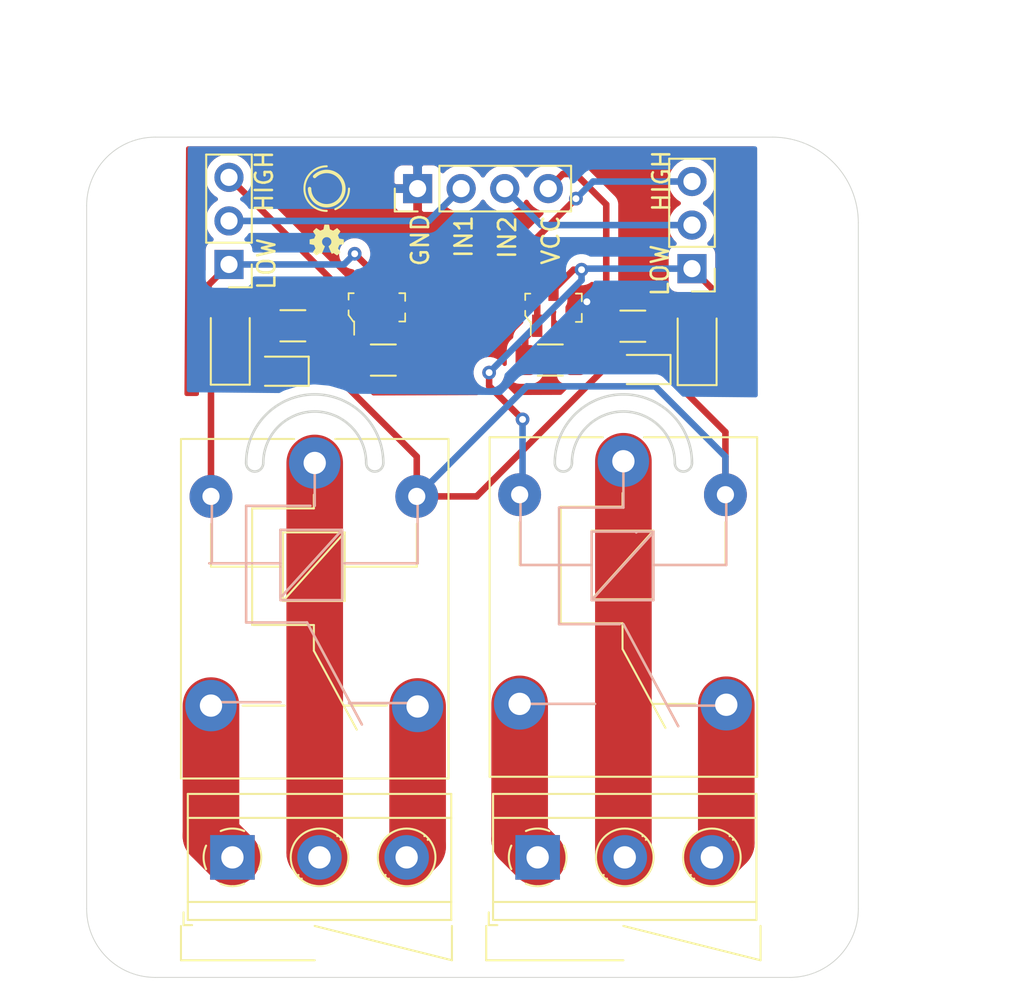
<source format=kicad_pcb>
(kicad_pcb (version 20171130) (host pcbnew "(5.1.9-0-10_14)")

  (general
    (thickness 1.6)
    (drawings 69)
    (tracks 83)
    (zones 0)
    (modules 23)
    (nets 17)
  )

  (page A4)
  (layers
    (0 F.Cu signal)
    (31 B.Cu signal)
    (32 B.Adhes user)
    (33 F.Adhes user)
    (34 B.Paste user)
    (35 F.Paste user)
    (36 B.SilkS user)
    (37 F.SilkS user)
    (38 B.Mask user)
    (39 F.Mask user)
    (40 Dwgs.User user)
    (41 Cmts.User user)
    (42 Eco1.User user)
    (43 Eco2.User user)
    (44 Edge.Cuts user)
    (45 Margin user)
    (46 B.CrtYd user)
    (47 F.CrtYd user)
    (48 B.Fab user)
    (49 F.Fab user)
  )

  (setup
    (last_trace_width 0.381)
    (user_trace_width 0.381)
    (user_trace_width 1.27)
    (user_trace_width 2.032)
    (user_trace_width 2.54)
    (user_trace_width 3.048)
    (user_trace_width 3.302)
    (trace_clearance 0.2)
    (zone_clearance 0.508)
    (zone_45_only no)
    (trace_min 0.2)
    (via_size 0.8)
    (via_drill 0.4)
    (via_min_size 0.4)
    (via_min_drill 0.3)
    (uvia_size 0.3)
    (uvia_drill 0.1)
    (uvias_allowed no)
    (uvia_min_size 0.2)
    (uvia_min_drill 0.1)
    (edge_width 0.05)
    (segment_width 0.2)
    (pcb_text_width 0.3)
    (pcb_text_size 1.5 1.5)
    (mod_edge_width 0.12)
    (mod_text_size 1 1)
    (mod_text_width 0.15)
    (pad_size 2.2 2.2)
    (pad_drill 2.2)
    (pad_to_mask_clearance 0)
    (aux_axis_origin 0 0)
    (visible_elements FFFFFF7F)
    (pcbplotparams
      (layerselection 0x010fc_ffffffff)
      (usegerberextensions false)
      (usegerberattributes true)
      (usegerberadvancedattributes true)
      (creategerberjobfile true)
      (excludeedgelayer true)
      (linewidth 0.100000)
      (plotframeref false)
      (viasonmask false)
      (mode 1)
      (useauxorigin false)
      (hpglpennumber 1)
      (hpglpenspeed 20)
      (hpglpendiameter 15.000000)
      (psnegative false)
      (psa4output false)
      (plotreference true)
      (plotvalue true)
      (plotinvisibletext false)
      (padsonsilk false)
      (subtractmaskfromsilk false)
      (outputformat 1)
      (mirror false)
      (drillshape 0)
      (scaleselection 1)
      (outputdirectory "gerber/"))
  )

  (net 0 "")
  (net 1 GND)
  (net 2 COIL2)
  (net 3 COIL1)
  (net 4 IN2)
  (net 5 IN1)
  (net 6 NC)
  (net 7 CMN)
  (net 8 NO)
  (net 9 NC2)
  (net 10 CMN2)
  (net 11 NO2)
  (net 12 COIL1_2)
  (net 13 "Net-(D1-Pad2)")
  (net 14 "Net-(D4-Pad2)")
  (net 15 "Net-(J4-Pad3)")
  (net 16 "Net-(J5-Pad3)")

  (net_class Default "This is the default net class."
    (clearance 0.2)
    (trace_width 0.25)
    (via_dia 0.8)
    (via_drill 0.4)
    (uvia_dia 0.3)
    (uvia_drill 0.1)
    (add_net CMN)
    (add_net CMN2)
    (add_net COIL1)
    (add_net COIL1_2)
    (add_net COIL2)
    (add_net GND)
    (add_net IN1)
    (add_net IN2)
    (add_net NC)
    (add_net NC2)
    (add_net NO)
    (add_net NO2)
    (add_net "Net-(D1-Pad2)")
    (add_net "Net-(D4-Pad2)")
    (add_net "Net-(J4-Pad3)")
    (add_net "Net-(J5-Pad3)")
  )

  (module OSHW-logo:OSHW-logo_silkscreen-back_2mm (layer F.Cu) (tedit 0) (tstamp 6021F1AC)
    (at 15 9)
    (fp_text reference G*** (at 0 1.05918) (layer F.SilkS) hide
      (effects (font (size 0.0889 0.0889) (thickness 0.01778)))
    )
    (fp_text value OSHW-logo_silkscreen-back_2mm (at 0 -1.05918) (layer F.SilkS) hide
      (effects (font (size 0.0889 0.0889) (thickness 0.01778)))
    )
    (fp_poly (pts (xy 0.60452 0.89662) (xy 0.59436 0.89154) (xy 0.5715 0.8763) (xy 0.53848 0.85598)
      (xy 0.49784 0.82804) (xy 0.45974 0.80264) (xy 0.42672 0.77978) (xy 0.40386 0.76454)
      (xy 0.3937 0.75946) (xy 0.38862 0.762) (xy 0.37084 0.77216) (xy 0.3429 0.78486)
      (xy 0.32766 0.79248) (xy 0.30226 0.80518) (xy 0.28956 0.80772) (xy 0.28702 0.80264)
      (xy 0.27686 0.78486) (xy 0.26416 0.75184) (xy 0.24384 0.70866) (xy 0.22352 0.65786)
      (xy 0.20066 0.60198) (xy 0.1778 0.5461) (xy 0.15494 0.49276) (xy 0.13462 0.4445)
      (xy 0.11938 0.4064) (xy 0.10922 0.37846) (xy 0.10414 0.3683) (xy 0.10668 0.36576)
      (xy 0.11938 0.35306) (xy 0.1397 0.33782) (xy 0.18796 0.29718) (xy 0.23368 0.23876)
      (xy 0.26416 0.17272) (xy 0.27178 0.09906) (xy 0.26416 0.03302) (xy 0.23876 -0.03048)
      (xy 0.19304 -0.09144) (xy 0.13716 -0.13462) (xy 0.07112 -0.16256) (xy 0 -0.17018)
      (xy -0.06858 -0.16256) (xy -0.13462 -0.13716) (xy -0.19558 -0.09144) (xy -0.21844 -0.0635)
      (xy -0.254 -0.00254) (xy -0.27432 0.05842) (xy -0.27432 0.07366) (xy -0.27178 0.14478)
      (xy -0.25146 0.21336) (xy -0.2159 0.27178) (xy -0.16256 0.32258) (xy -0.15748 0.32766)
      (xy -0.13208 0.34544) (xy -0.11684 0.3556) (xy -0.10414 0.36576) (xy -0.19304 0.58166)
      (xy -0.20828 0.61722) (xy -0.23368 0.67564) (xy -0.254 0.72644) (xy -0.27178 0.76708)
      (xy -0.28448 0.79248) (xy -0.28956 0.80518) (xy -0.29718 0.80518) (xy -0.31242 0.8001)
      (xy -0.3429 0.78486) (xy -0.36322 0.7747) (xy -0.38608 0.76454) (xy -0.39624 0.75946)
      (xy -0.4064 0.76454) (xy -0.42672 0.77978) (xy -0.45974 0.8001) (xy -0.49784 0.8255)
      (xy -0.5334 0.8509) (xy -0.56896 0.87376) (xy -0.59182 0.889) (xy -0.60452 0.89662)
      (xy -0.60706 0.89662) (xy -0.61722 0.889) (xy -0.63754 0.87376) (xy -0.66548 0.84582)
      (xy -0.70612 0.80518) (xy -0.71374 0.8001) (xy -0.74676 0.76454) (xy -0.7747 0.73406)
      (xy -0.79502 0.71374) (xy -0.8001 0.70612) (xy -0.79502 0.69342) (xy -0.77978 0.66802)
      (xy -0.75692 0.635) (xy -0.72898 0.59436) (xy -0.65786 0.49022) (xy -0.6985 0.3937)
      (xy -0.70866 0.36322) (xy -0.7239 0.32766) (xy -0.7366 0.30226) (xy -0.74168 0.28956)
      (xy -0.75184 0.28702) (xy -0.77978 0.2794) (xy -0.81788 0.27178) (xy -0.8636 0.26416)
      (xy -0.90932 0.254) (xy -0.94742 0.24638) (xy -0.9779 0.2413) (xy -0.9906 0.23876)
      (xy -0.99314 0.23622) (xy -0.99568 0.23114) (xy -0.99822 0.21844) (xy -0.99822 0.19304)
      (xy -0.99822 0.15494) (xy -0.99822 0.09906) (xy -0.99822 0.09398) (xy -0.99822 0.04064)
      (xy -0.99822 0) (xy -0.99568 -0.0254) (xy -0.99314 -0.03556) (xy -0.98044 -0.04064)
      (xy -0.9525 -0.04572) (xy -0.9144 -0.05334) (xy -0.86614 -0.0635) (xy -0.8636 -0.0635)
      (xy -0.81534 -0.07112) (xy -0.77724 -0.08128) (xy -0.7493 -0.08636) (xy -0.7366 -0.09144)
      (xy -0.73406 -0.09398) (xy -0.7239 -0.11176) (xy -0.7112 -0.14224) (xy -0.69596 -0.1778)
      (xy -0.68072 -0.21336) (xy -0.66548 -0.24892) (xy -0.65786 -0.27178) (xy -0.65532 -0.28448)
      (xy -0.66294 -0.29464) (xy -0.67818 -0.32004) (xy -0.70104 -0.35306) (xy -0.72898 -0.3937)
      (xy -0.73152 -0.39878) (xy -0.75946 -0.43688) (xy -0.77978 -0.47244) (xy -0.79502 -0.4953)
      (xy -0.8001 -0.50546) (xy -0.8001 -0.508) (xy -0.79248 -0.51816) (xy -0.77216 -0.54102)
      (xy -0.74168 -0.5715) (xy -0.70612 -0.60706) (xy -0.69596 -0.61722) (xy -0.65786 -0.65532)
      (xy -0.62992 -0.68072) (xy -0.61214 -0.69342) (xy -0.60452 -0.6985) (xy -0.60452 -0.69596)
      (xy -0.59182 -0.69088) (xy -0.56642 -0.6731) (xy -0.5334 -0.65024) (xy -0.49276 -0.6223)
      (xy -0.49022 -0.61976) (xy -0.44958 -0.59436) (xy -0.41656 -0.5715) (xy -0.3937 -0.55626)
      (xy -0.38354 -0.54864) (xy -0.381 -0.54864) (xy -0.36576 -0.55372) (xy -0.33528 -0.56388)
      (xy -0.30226 -0.57658) (xy -0.26416 -0.59182) (xy -0.23114 -0.60706) (xy -0.20574 -0.61722)
      (xy -0.19304 -0.62484) (xy -0.18796 -0.64008) (xy -0.18288 -0.67056) (xy -0.17272 -0.7112)
      (xy -0.1651 -0.75946) (xy -0.16256 -0.76708) (xy -0.15494 -0.81534) (xy -0.14732 -0.85344)
      (xy -0.1397 -0.88138) (xy -0.13716 -0.89408) (xy -0.13208 -0.89408) (xy -0.10668 -0.89662)
      (xy -0.07112 -0.89662) (xy -0.02794 -0.89662) (xy 0.01524 -0.89662) (xy 0.05842 -0.89662)
      (xy 0.09652 -0.89408) (xy 0.12192 -0.89408) (xy 0.13462 -0.89154) (xy 0.13462 -0.889)
      (xy 0.1397 -0.8763) (xy 0.14478 -0.84582) (xy 0.15494 -0.80518) (xy 0.16256 -0.75438)
      (xy 0.1651 -0.74676) (xy 0.17272 -0.6985) (xy 0.18288 -0.6604) (xy 0.18796 -0.63246)
      (xy 0.1905 -0.6223) (xy 0.19558 -0.61976) (xy 0.21336 -0.61214) (xy 0.24638 -0.59944)
      (xy 0.28702 -0.58166) (xy 0.37846 -0.5461) (xy 0.49022 -0.6223) (xy 0.50038 -0.62992)
      (xy 0.54102 -0.65786) (xy 0.57404 -0.67818) (xy 0.5969 -0.69342) (xy 0.60706 -0.6985)
      (xy 0.61722 -0.68834) (xy 0.64008 -0.66802) (xy 0.67056 -0.63754) (xy 0.70612 -0.60452)
      (xy 0.73152 -0.57658) (xy 0.762 -0.5461) (xy 0.78232 -0.52578) (xy 0.79248 -0.51054)
      (xy 0.79756 -0.50292) (xy 0.79502 -0.49784) (xy 0.78994 -0.48514) (xy 0.77216 -0.46228)
      (xy 0.7493 -0.42672) (xy 0.72136 -0.38862) (xy 0.6985 -0.35306) (xy 0.67564 -0.3175)
      (xy 0.6604 -0.28956) (xy 0.65278 -0.27686) (xy 0.65532 -0.27178) (xy 0.66294 -0.24892)
      (xy 0.67564 -0.2159) (xy 0.69342 -0.17526) (xy 0.73152 -0.08636) (xy 0.78994 -0.0762)
      (xy 0.8255 -0.06858) (xy 0.8763 -0.06096) (xy 0.92202 -0.0508) (xy 0.99568 -0.03556)
      (xy 0.99822 0.23114) (xy 0.98806 0.23622) (xy 0.97536 0.2413) (xy 0.94996 0.24638)
      (xy 0.90932 0.254) (xy 0.8636 0.26162) (xy 0.8255 0.26924) (xy 0.78486 0.27686)
      (xy 0.75692 0.28194) (xy 0.74422 0.28448) (xy 0.74168 0.28956) (xy 0.73152 0.30988)
      (xy 0.71628 0.34036) (xy 0.70104 0.37592) (xy 0.6858 0.41402) (xy 0.6731 0.44958)
      (xy 0.66294 0.47498) (xy 0.65786 0.49022) (xy 0.66294 0.50038) (xy 0.67818 0.52324)
      (xy 0.70104 0.55626) (xy 0.72644 0.59436) (xy 0.75438 0.635) (xy 0.77724 0.66802)
      (xy 0.79248 0.69342) (xy 0.8001 0.70358) (xy 0.79502 0.7112) (xy 0.77978 0.72898)
      (xy 0.75184 0.75946) (xy 0.70612 0.80518) (xy 0.6985 0.81026) (xy 0.66548 0.84582)
      (xy 0.635 0.87122) (xy 0.61468 0.89154) (xy 0.60452 0.89662)) (layer F.SilkS) (width 0.00254))
  )

  (module MountingHole:MountingHole_2.1mm (layer F.Cu) (tedit 5B924765) (tstamp 60136F55)
    (at 43 48.7)
    (descr "Mounting Hole 2.1mm, no annular")
    (tags "mounting hole 2.1mm no annular")
    (attr virtual)
    (fp_text reference REF** (at 0 -3.2) (layer F.SilkS) hide
      (effects (font (size 1 1) (thickness 0.15)))
    )
    (fp_text value MountingHole_2.1mm (at 0 3.2) (layer F.Fab)
      (effects (font (size 1 1) (thickness 0.15)))
    )
    (fp_circle (center 0 0) (end 2.35 0) (layer F.CrtYd) (width 0.05))
    (fp_circle (center 0 0) (end 2.1 0) (layer Cmts.User) (width 0.15))
    (fp_text user %R (at 0.3 0) (layer F.Fab) hide
      (effects (font (size 1 1) (thickness 0.15)))
    )
    (pad "" np_thru_hole circle (at 0 0) (size 2.1 2.1) (drill 2.1) (layers *.Cu *.Mask))
  )

  (module MountingHole:MountingHole_2.1mm (layer F.Cu) (tedit 5B924765) (tstamp 60136EA0)
    (at 4 48.7)
    (descr "Mounting Hole 2.1mm, no annular")
    (tags "mounting hole 2.1mm no annular")
    (attr virtual)
    (fp_text reference REF** (at 0 -3.2) (layer F.SilkS) hide
      (effects (font (size 1 1) (thickness 0.15)))
    )
    (fp_text value MountingHole_2.1mm (at 0 3.2) (layer F.Fab)
      (effects (font (size 1 1) (thickness 0.15)))
    )
    (fp_circle (center 0 0) (end 2.1 0) (layer Cmts.User) (width 0.15))
    (fp_circle (center 0 0) (end 2.35 0) (layer F.CrtYd) (width 0.05))
    (fp_text user %R (at 0.3 0) (layer F.Fab) hide
      (effects (font (size 1 1) (thickness 0.15)))
    )
    (pad "" np_thru_hole circle (at 0 0) (size 2.1 2.1) (drill 2.1) (layers *.Cu *.Mask))
  )

  (module MountingHole:MountingHole_2.1mm (layer F.Cu) (tedit 5B924765) (tstamp 60136AEB)
    (at 4 7)
    (descr "Mounting Hole 2.1mm, no annular")
    (tags "mounting hole 2.1mm no annular")
    (attr virtual)
    (fp_text reference REF** (at 0 -3.2) (layer F.SilkS) hide
      (effects (font (size 1 1) (thickness 0.15)))
    )
    (fp_text value MountingHole_2.1mm (at 0 3.2) (layer F.Fab)
      (effects (font (size 1 1) (thickness 0.15)))
    )
    (fp_circle (center 0 0) (end 2.35 0) (layer F.CrtYd) (width 0.05))
    (fp_circle (center 0 0) (end 2.1 0) (layer Cmts.User) (width 0.15))
    (fp_text user %R (at 0.3 0) (layer F.Fab) hide
      (effects (font (size 1 1) (thickness 0.15)))
    )
    (pad "" np_thru_hole circle (at 0 0) (size 2.1 2.1) (drill 2.1) (layers *.Cu *.Mask))
  )

  (module jareas_custom:fullstacklogo (layer F.Cu) (tedit 6011A105) (tstamp 6013744F)
    (at 13 4)
    (fp_text reference REF** (at 0 0.5) (layer F.SilkS) hide
      (effects (font (size 1 1) (thickness 0.15)))
    )
    (fp_text value fullstacklogo (at 0 -0.5) (layer F.Fab) hide
      (effects (font (size 1 1) (thickness 0.15)))
    )
    (fp_arc (start 2 2) (end 2 0.7) (angle -180) (layer F.SilkS) (width 0.12))
    (fp_arc (start 2 2) (end 2.5 3.2) (angle -67.4) (layer F.SilkS) (width 0.12))
    (fp_arc (start 2 2) (end 1 2) (angle -315) (layer F.SilkS) (width 0.2))
  )

  (module MountingHole:MountingHole_2.1mm (layer F.Cu) (tedit 5B924765) (tstamp 60136004)
    (at 43 7)
    (descr "Mounting Hole 2.1mm, no annular")
    (tags "mounting hole 2.1mm no annular")
    (attr virtual)
    (fp_text reference REF** (at 0 -3.2) (layer F.SilkS) hide
      (effects (font (size 1 1) (thickness 0.15)))
    )
    (fp_text value MountingHole_2.1mm (at 0 3.2) (layer F.Fab)
      (effects (font (size 1 1) (thickness 0.15)))
    )
    (fp_circle (center 0 0) (end 2.1 0) (layer Cmts.User) (width 0.15))
    (fp_circle (center 0 0) (end 2.35 0) (layer F.CrtYd) (width 0.05))
    (fp_text user %R (at 0.3 0) (layer F.Fab) hide
      (effects (font (size 1 1) (thickness 0.15)))
    )
    (pad "" np_thru_hole circle (at 0 0) (size 2.1 2.1) (drill 2.1) (layers *.Cu *.Mask))
  )

  (module Connector_PinHeader_2.54mm:PinHeader_1x04_P2.54mm_Vertical (layer F.Cu) (tedit 59FED5CC) (tstamp 601373B5)
    (at 20.3 6 90)
    (descr "Through hole straight pin header, 1x04, 2.54mm pitch, single row")
    (tags "Through hole pin header THT 1x04 2.54mm single row")
    (path /601878A3)
    (fp_text reference J1 (at 0 -2.33 90) (layer F.SilkS) hide
      (effects (font (size 1 1) (thickness 0.15)))
    )
    (fp_text value Conn_01x04 (at 0 9.95 90) (layer F.Fab)
      (effects (font (size 1 1) (thickness 0.15)))
    )
    (fp_line (start -0.635 -1.27) (end 1.27 -1.27) (layer F.Fab) (width 0.1))
    (fp_line (start 1.27 -1.27) (end 1.27 8.89) (layer F.Fab) (width 0.1))
    (fp_line (start 1.27 8.89) (end -1.27 8.89) (layer F.Fab) (width 0.1))
    (fp_line (start -1.27 8.89) (end -1.27 -0.635) (layer F.Fab) (width 0.1))
    (fp_line (start -1.27 -0.635) (end -0.635 -1.27) (layer F.Fab) (width 0.1))
    (fp_line (start -1.33 8.95) (end 1.33 8.95) (layer F.SilkS) (width 0.12))
    (fp_line (start -1.33 1.27) (end -1.33 8.95) (layer F.SilkS) (width 0.12))
    (fp_line (start 1.33 1.27) (end 1.33 8.95) (layer F.SilkS) (width 0.12))
    (fp_line (start -1.33 1.27) (end 1.33 1.27) (layer F.SilkS) (width 0.12))
    (fp_line (start -1.33 0) (end -1.33 -1.33) (layer F.SilkS) (width 0.12))
    (fp_line (start -1.33 -1.33) (end 0 -1.33) (layer F.SilkS) (width 0.12))
    (fp_line (start -1.8 -1.8) (end -1.8 9.4) (layer F.CrtYd) (width 0.05))
    (fp_line (start -1.8 9.4) (end 1.8 9.4) (layer F.CrtYd) (width 0.05))
    (fp_line (start 1.8 9.4) (end 1.8 -1.8) (layer F.CrtYd) (width 0.05))
    (fp_line (start 1.8 -1.8) (end -1.8 -1.8) (layer F.CrtYd) (width 0.05))
    (fp_text user %R (at 0 3.81) (layer F.Fab) hide
      (effects (font (size 1 1) (thickness 0.15)))
    )
    (pad 4 thru_hole oval (at 0 7.62 90) (size 1.7 1.7) (drill 1) (layers *.Cu *.Mask)
      (net 2 COIL2))
    (pad 3 thru_hole oval (at 0 5.08 90) (size 1.7 1.7) (drill 1) (layers *.Cu *.Mask)
      (net 4 IN2))
    (pad 2 thru_hole oval (at 0 2.54 90) (size 1.7 1.7) (drill 1) (layers *.Cu *.Mask)
      (net 5 IN1))
    (pad 1 thru_hole rect (at 0 0 90) (size 1.7 1.7) (drill 1) (layers *.Cu *.Mask)
      (net 1 GND))
    (model ${KISYS3DMOD}/Connector_PinHeader_2.54mm.3dshapes/PinHeader_1x04_P2.54mm_Vertical.wrl
      (at (xyz 0 0 0))
      (scale (xyz 1 1 1))
      (rotate (xyz 0 0 0))
    )
  )

  (module TerminalBlock_Phoenix:TerminalBlock_Phoenix_MKDSN-1,5-3-5.08_1x03_P5.08mm_Horizontal (layer F.Cu) (tedit 6000E4CD) (tstamp 60137770)
    (at 9.5 45)
    (descr "Terminal Block Phoenix MKDS-1,5-3-5.08, 3 pins, pitch 5.08mm, size 15.2x9.8mm^2, drill diamater 1.3mm, pad diameter 2.6mm, see http://www.farnell.com/datasheets/100425.pdf, script-generated using https://github.com/pointhi/kicad-footprint-generator/scripts/TerminalBlock_Phoenix")
    (tags "THT Terminal Block Phoenix MKDS-1,5-3-5.08 pitch 5.08mm size 15.2x9.8mm^2 drill 1.3mm pad 2.6mm")
    (path /5FF5C413)
    (fp_text reference J2 (at 5.08 -6.26) (layer F.SilkS) hide
      (effects (font (size 1 1) (thickness 0.15)))
    )
    (fp_text value Conn_01x03_Female (at 5.08 5.66) (layer F.Fab)
      (effects (font (size 1 1) (thickness 0.15)))
    )
    (fp_line (start 13.21 -4.05) (end -3.04 -4.05) (layer F.CrtYd) (width 0.05))
    (fp_line (start 13.21 4.05) (end 13.21 -4.05) (layer F.CrtYd) (width 0.05))
    (fp_line (start -3.04 4.05) (end 13.21 4.05) (layer F.CrtYd) (width 0.05))
    (fp_line (start -3.04 -4.05) (end -3.04 4.05) (layer F.CrtYd) (width 0.05))
    (fp_line (start -2.85 3.95) (end -2.35 3.95) (layer F.SilkS) (width 0.12))
    (fp_line (start -2.85 3.21) (end -2.85 3.95) (layer F.SilkS) (width 0.12))
    (fp_line (start 8.933 1.023) (end 8.886 1.069) (layer F.SilkS) (width 0.12))
    (fp_line (start 11.23 -1.275) (end 11.195 -1.239) (layer F.SilkS) (width 0.12))
    (fp_line (start 9.126 1.239) (end 9.091 1.274) (layer F.SilkS) (width 0.12))
    (fp_line (start 11.435 -1.069) (end 11.388 -1.023) (layer F.SilkS) (width 0.12))
    (fp_line (start 11.115 -1.138) (end 9.023 0.955) (layer F.Fab) (width 0.1))
    (fp_line (start 11.298 -0.955) (end 9.206 1.138) (layer F.Fab) (width 0.1))
    (fp_line (start 3.853 1.023) (end 3.806 1.069) (layer F.SilkS) (width 0.12))
    (fp_line (start 6.15 -1.275) (end 6.115 -1.239) (layer F.SilkS) (width 0.12))
    (fp_line (start 4.046 1.239) (end 4.011 1.274) (layer F.SilkS) (width 0.12))
    (fp_line (start 6.355 -1.069) (end 6.308 -1.023) (layer F.SilkS) (width 0.12))
    (fp_line (start 6.035 -1.138) (end 3.943 0.955) (layer F.Fab) (width 0.1))
    (fp_line (start 6.218 -0.955) (end 4.126 1.138) (layer F.Fab) (width 0.1))
    (fp_line (start 0.955 -1.138) (end -1.138 0.955) (layer F.Fab) (width 0.1))
    (fp_line (start 1.138 -0.955) (end -0.955 1.138) (layer F.Fab) (width 0.1))
    (fp_line (start 12.76 -3.7) (end 12.76 3.65) (layer F.SilkS) (width 0.12))
    (fp_line (start -2.6 -3.7) (end -2.6 3.65) (layer F.SilkS) (width 0.12))
    (fp_line (start -2.6 3.65) (end 12.76 3.65) (layer F.SilkS) (width 0.12))
    (fp_line (start -2.6 -3.7) (end 12.76 -3.7) (layer F.SilkS) (width 0.12))
    (fp_line (start -2.6 -2.301) (end 12.76 -2.301) (layer F.SilkS) (width 0.12))
    (fp_line (start -2.54 -2.3) (end 12.7 -2.3) (layer F.Fab) (width 0.1))
    (fp_line (start -2.6 2.6) (end 12.76 2.6) (layer F.SilkS) (width 0.12))
    (fp_line (start -2.54 2.6) (end 12.7 2.6) (layer F.Fab) (width 0.1))
    (fp_line (start -2.54 3.25) (end -2.54 -3.5) (layer F.Fab) (width 0.1))
    (fp_line (start -2.04 3.75) (end -2.54 3.25) (layer F.Fab) (width 0.1))
    (fp_line (start 12.7 3.75) (end -2.04 3.75) (layer F.Fab) (width 0.1))
    (fp_line (start 12.7 -3.5) (end 12.7 3.75) (layer F.Fab) (width 0.1))
    (fp_line (start -2.54 -3.5) (end 12.7 -3.5) (layer F.Fab) (width 0.1))
    (fp_circle (center 10.16 0) (end 11.84 0) (layer F.SilkS) (width 0.12))
    (fp_circle (center 10.16 0) (end 11.66 0) (layer F.Fab) (width 0.1))
    (fp_circle (center 5.08 0) (end 6.76 0) (layer F.SilkS) (width 0.12))
    (fp_circle (center 5.08 0) (end 6.58 0) (layer F.Fab) (width 0.1))
    (fp_circle (center 0 0) (end 1.5 0) (layer F.Fab) (width 0.1))
    (fp_text user %R (at 5.08 3.2) (layer F.Fab) hide
      (effects (font (size 1 1) (thickness 0.15)))
    )
    (fp_arc (start 0 0) (end -0.684 1.535) (angle -25) (layer F.SilkS) (width 0.12))
    (fp_arc (start 0 0) (end -1.535 -0.684) (angle -48) (layer F.SilkS) (width 0.12))
    (fp_arc (start 0 0) (end 0.684 -1.535) (angle -48) (layer F.SilkS) (width 0.12))
    (fp_arc (start 0 0) (end 1.535 0.684) (angle -48) (layer F.SilkS) (width 0.12))
    (fp_arc (start 0 0) (end 0 1.68) (angle -24) (layer F.SilkS) (width 0.12))
    (pad 3 thru_hole circle (at 10.16 0) (size 2.6 2.6) (drill 1.3) (layers *.Cu *.Mask)
      (net 6 NC))
    (pad 2 thru_hole circle (at 5.08 0) (size 2.6 2.6) (drill 1.3) (layers *.Cu *.Mask)
      (net 7 CMN))
    (pad 1 thru_hole rect (at 0 0) (size 2.6 2.6) (drill 1.3) (layers *.Cu *.Mask)
      (net 8 NO))
    (model /Users/jareas/Documents/kicad/Libraries/jareas_custom/pxc_1729131_07_MKDSN-1-5-3-5-08_3D.stp
      (offset (xyz -3.1 -3.5 0))
      (scale (xyz 1 1 1))
      (rotate (xyz 90 180 -90))
    )
  )

  (module TerminalBlock_Phoenix:TerminalBlock_Phoenix_MKDSN-1,5-3-5.08_1x03_P5.08mm_Horizontal (layer F.Cu) (tedit 6000E4CD) (tstamp 5FFD14F5)
    (at 27.3 45)
    (descr "Terminal Block Phoenix MKDS-1,5-3-5.08, 3 pins, pitch 5.08mm, size 15.2x9.8mm^2, drill diamater 1.3mm, pad diameter 2.6mm, see http://www.farnell.com/datasheets/100425.pdf, script-generated using https://github.com/pointhi/kicad-footprint-generator/scripts/TerminalBlock_Phoenix")
    (tags "THT Terminal Block Phoenix MKDS-1,5-3-5.08 pitch 5.08mm size 15.2x9.8mm^2 drill 1.3mm pad 2.6mm")
    (path /6002192D)
    (fp_text reference J3 (at 5.08 -6.26) (layer F.SilkS) hide
      (effects (font (size 1 1) (thickness 0.15)))
    )
    (fp_text value Conn_01x03_Female (at 5.08 5.66) (layer F.Fab)
      (effects (font (size 1 1) (thickness 0.15)))
    )
    (fp_line (start 13.21 -4.05) (end -3.04 -4.05) (layer F.CrtYd) (width 0.05))
    (fp_line (start 13.21 4.05) (end 13.21 -4.05) (layer F.CrtYd) (width 0.05))
    (fp_line (start -3.04 4.05) (end 13.21 4.05) (layer F.CrtYd) (width 0.05))
    (fp_line (start -3.04 -4.05) (end -3.04 4.05) (layer F.CrtYd) (width 0.05))
    (fp_line (start -2.85 3.95) (end -2.35 3.95) (layer F.SilkS) (width 0.12))
    (fp_line (start -2.85 3.21) (end -2.85 3.95) (layer F.SilkS) (width 0.12))
    (fp_line (start 8.933 1.023) (end 8.886 1.069) (layer F.SilkS) (width 0.12))
    (fp_line (start 11.23 -1.275) (end 11.195 -1.239) (layer F.SilkS) (width 0.12))
    (fp_line (start 9.126 1.239) (end 9.091 1.274) (layer F.SilkS) (width 0.12))
    (fp_line (start 11.435 -1.069) (end 11.388 -1.023) (layer F.SilkS) (width 0.12))
    (fp_line (start 11.115 -1.138) (end 9.023 0.955) (layer F.Fab) (width 0.1))
    (fp_line (start 11.298 -0.955) (end 9.206 1.138) (layer F.Fab) (width 0.1))
    (fp_line (start 3.853 1.023) (end 3.806 1.069) (layer F.SilkS) (width 0.12))
    (fp_line (start 6.15 -1.275) (end 6.115 -1.239) (layer F.SilkS) (width 0.12))
    (fp_line (start 4.046 1.239) (end 4.011 1.274) (layer F.SilkS) (width 0.12))
    (fp_line (start 6.355 -1.069) (end 6.308 -1.023) (layer F.SilkS) (width 0.12))
    (fp_line (start 6.035 -1.138) (end 3.943 0.955) (layer F.Fab) (width 0.1))
    (fp_line (start 6.218 -0.955) (end 4.126 1.138) (layer F.Fab) (width 0.1))
    (fp_line (start 0.955 -1.138) (end -1.138 0.955) (layer F.Fab) (width 0.1))
    (fp_line (start 1.138 -0.955) (end -0.955 1.138) (layer F.Fab) (width 0.1))
    (fp_line (start 12.76 -3.7) (end 12.76 3.65) (layer F.SilkS) (width 0.12))
    (fp_line (start -2.6 -3.7) (end -2.6 3.65) (layer F.SilkS) (width 0.12))
    (fp_line (start -2.6 3.65) (end 12.76 3.65) (layer F.SilkS) (width 0.12))
    (fp_line (start -2.6 -3.7) (end 12.76 -3.7) (layer F.SilkS) (width 0.12))
    (fp_line (start -2.6 -2.301) (end 12.76 -2.301) (layer F.SilkS) (width 0.12))
    (fp_line (start -2.54 -2.3) (end 12.7 -2.3) (layer F.Fab) (width 0.1))
    (fp_line (start -2.6 2.6) (end 12.76 2.6) (layer F.SilkS) (width 0.12))
    (fp_line (start -2.54 2.6) (end 12.7 2.6) (layer F.Fab) (width 0.1))
    (fp_line (start -2.54 3.25) (end -2.54 -3.5) (layer F.Fab) (width 0.1))
    (fp_line (start -2.04 3.75) (end -2.54 3.25) (layer F.Fab) (width 0.1))
    (fp_line (start 12.7 3.75) (end -2.04 3.75) (layer F.Fab) (width 0.1))
    (fp_line (start 12.7 -3.5) (end 12.7 3.75) (layer F.Fab) (width 0.1))
    (fp_line (start -2.54 -3.5) (end 12.7 -3.5) (layer F.Fab) (width 0.1))
    (fp_circle (center 10.16 0) (end 11.84 0) (layer F.SilkS) (width 0.12))
    (fp_circle (center 10.16 0) (end 11.66 0) (layer F.Fab) (width 0.1))
    (fp_circle (center 5.08 0) (end 6.76 0) (layer F.SilkS) (width 0.12))
    (fp_circle (center 5.08 0) (end 6.58 0) (layer F.Fab) (width 0.1))
    (fp_circle (center 0 0) (end 1.5 0) (layer F.Fab) (width 0.1))
    (fp_text user %R (at 5.08 3.2) (layer F.Fab) hide
      (effects (font (size 1 1) (thickness 0.15)))
    )
    (fp_arc (start 0 0) (end -0.684 1.535) (angle -25) (layer F.SilkS) (width 0.12))
    (fp_arc (start 0 0) (end -1.535 -0.684) (angle -48) (layer F.SilkS) (width 0.12))
    (fp_arc (start 0 0) (end 0.684 -1.535) (angle -48) (layer F.SilkS) (width 0.12))
    (fp_arc (start 0 0) (end 1.535 0.684) (angle -48) (layer F.SilkS) (width 0.12))
    (fp_arc (start 0 0) (end 0 1.68) (angle -24) (layer F.SilkS) (width 0.12))
    (pad 3 thru_hole circle (at 10.16 0) (size 2.6 2.6) (drill 1.3) (layers *.Cu *.Mask)
      (net 9 NC2))
    (pad 2 thru_hole circle (at 5.08 0) (size 2.6 2.6) (drill 1.3) (layers *.Cu *.Mask)
      (net 10 CMN2))
    (pad 1 thru_hole rect (at 0 0) (size 2.6 2.6) (drill 1.3) (layers *.Cu *.Mask)
      (net 11 NO2))
    (model /Users/jareas/Documents/kicad/Libraries/jareas_custom/pxc_1729131_07_MKDSN-1-5-3-5-08_3D.stp
      (offset (xyz -3.1 -3.5 0))
      (scale (xyz 1 1 1))
      (rotate (xyz -90 0 90))
    )
  )

  (module Resistor_SMD:R_1206_3216Metric (layer F.Cu) (tedit 5F68FEEE) (tstamp 6013732D)
    (at 28.0375 16 180)
    (descr "Resistor SMD 1206 (3216 Metric), square (rectangular) end terminal, IPC_7351 nominal, (Body size source: IPC-SM-782 page 72, https://www.pcb-3d.com/wordpress/wp-content/uploads/ipc-sm-782a_amendment_1_and_2.pdf), generated with kicad-footprint-generator")
    (tags resistor)
    (path /60021958)
    (attr smd)
    (fp_text reference R3 (at 0.15 0.1) (layer F.SilkS) hide
      (effects (font (size 1 1) (thickness 0.15)))
    )
    (fp_text value 10k (at 0 1.82) (layer F.Fab)
      (effects (font (size 1 1) (thickness 0.15)))
    )
    (fp_line (start -1.6 0.8) (end -1.6 -0.8) (layer F.Fab) (width 0.1))
    (fp_line (start -1.6 -0.8) (end 1.6 -0.8) (layer F.Fab) (width 0.1))
    (fp_line (start 1.6 -0.8) (end 1.6 0.8) (layer F.Fab) (width 0.1))
    (fp_line (start 1.6 0.8) (end -1.6 0.8) (layer F.Fab) (width 0.1))
    (fp_line (start -0.727064 -0.91) (end 0.727064 -0.91) (layer F.SilkS) (width 0.12))
    (fp_line (start -0.727064 0.91) (end 0.727064 0.91) (layer F.SilkS) (width 0.12))
    (fp_line (start -2.28 1.12) (end -2.28 -1.12) (layer F.CrtYd) (width 0.05))
    (fp_line (start -2.28 -1.12) (end 2.28 -1.12) (layer F.CrtYd) (width 0.05))
    (fp_line (start 2.28 -1.12) (end 2.28 1.12) (layer F.CrtYd) (width 0.05))
    (fp_line (start 2.28 1.12) (end -2.28 1.12) (layer F.CrtYd) (width 0.05))
    (fp_text user %R (at 0 0) (layer F.Fab) hide
      (effects (font (size 0.8 0.8) (thickness 0.12)))
    )
    (pad 2 smd roundrect (at 1.4625 0 180) (size 1.125 1.75) (layers F.Cu F.Paste F.Mask) (roundrect_rratio 0.2222213333333333)
      (net 16 "Net-(J5-Pad3)"))
    (pad 1 smd roundrect (at -1.4625 0 180) (size 1.125 1.75) (layers F.Cu F.Paste F.Mask) (roundrect_rratio 0.2222213333333333)
      (net 1 GND))
    (model ${KISYS3DMOD}/Resistor_SMD.3dshapes/R_1206_3216Metric.wrl
      (at (xyz 0 0 0))
      (scale (xyz 1 1 1))
      (rotate (xyz 0 0 0))
    )
  )

  (module Connector_PinHeader_2.54mm:PinHeader_1x03_P2.54mm_Vertical (layer F.Cu) (tedit 59FED5CC) (tstamp 6000DC95)
    (at 9.3 10.425 180)
    (descr "Through hole straight pin header, 1x03, 2.54mm pitch, single row")
    (tags "Through hole pin header THT 1x03 2.54mm single row")
    (path /600B42AD)
    (fp_text reference J4 (at 0 -2.33) (layer F.SilkS) hide
      (effects (font (size 1 1) (thickness 0.15)))
    )
    (fp_text value high_low_1 (at 0 7.41) (layer F.Fab)
      (effects (font (size 1 1) (thickness 0.15)))
    )
    (fp_line (start 1.8 -1.8) (end -1.8 -1.8) (layer F.CrtYd) (width 0.05))
    (fp_line (start 1.8 6.85) (end 1.8 -1.8) (layer F.CrtYd) (width 0.05))
    (fp_line (start -1.8 6.85) (end 1.8 6.85) (layer F.CrtYd) (width 0.05))
    (fp_line (start -1.8 -1.8) (end -1.8 6.85) (layer F.CrtYd) (width 0.05))
    (fp_line (start -1.33 -1.33) (end 0 -1.33) (layer F.SilkS) (width 0.12))
    (fp_line (start -1.33 0) (end -1.33 -1.33) (layer F.SilkS) (width 0.12))
    (fp_line (start -1.33 1.27) (end 1.33 1.27) (layer F.SilkS) (width 0.12))
    (fp_line (start 1.33 1.27) (end 1.33 6.41) (layer F.SilkS) (width 0.12))
    (fp_line (start -1.33 1.27) (end -1.33 6.41) (layer F.SilkS) (width 0.12))
    (fp_line (start -1.33 6.41) (end 1.33 6.41) (layer F.SilkS) (width 0.12))
    (fp_line (start -1.27 -0.635) (end -0.635 -1.27) (layer F.Fab) (width 0.1))
    (fp_line (start -1.27 6.35) (end -1.27 -0.635) (layer F.Fab) (width 0.1))
    (fp_line (start 1.27 6.35) (end -1.27 6.35) (layer F.Fab) (width 0.1))
    (fp_line (start 1.27 -1.27) (end 1.27 6.35) (layer F.Fab) (width 0.1))
    (fp_line (start -0.635 -1.27) (end 1.27 -1.27) (layer F.Fab) (width 0.1))
    (fp_text user %R (at 0 2.54 90) (layer F.Fab) hide
      (effects (font (size 1 1) (thickness 0.15)))
    )
    (pad 3 thru_hole oval (at 0 5.08 180) (size 1.7 1.7) (drill 1) (layers *.Cu *.Mask)
      (net 15 "Net-(J4-Pad3)"))
    (pad 2 thru_hole oval (at 0 2.54 180) (size 1.7 1.7) (drill 1) (layers *.Cu *.Mask)
      (net 5 IN1))
    (pad 1 thru_hole rect (at 0 0 180) (size 1.7 1.7) (drill 1) (layers *.Cu *.Mask)
      (net 3 COIL1))
    (model ${KISYS3DMOD}/Connector_PinHeader_2.54mm.3dshapes/PinHeader_1x03_P2.54mm_Vertical.wrl
      (at (xyz 0 0 0))
      (scale (xyz 1 1 1))
      (rotate (xyz 0 0 0))
    )
  )

  (module Connector_PinHeader_2.54mm:PinHeader_1x03_P2.54mm_Vertical (layer F.Cu) (tedit 59FED5CC) (tstamp 6000DCAC)
    (at 36.3 10.668 180)
    (descr "Through hole straight pin header, 1x03, 2.54mm pitch, single row")
    (tags "Through hole pin header THT 1x03 2.54mm single row")
    (path /600B7EE7)
    (fp_text reference J5 (at 0 -2) (layer F.SilkS) hide
      (effects (font (size 1 1) (thickness 0.15)))
    )
    (fp_text value high_low_2 (at 0 7.41) (layer F.Fab)
      (effects (font (size 1 1) (thickness 0.15)))
    )
    (fp_line (start 1.8 -1.8) (end -1.8 -1.8) (layer F.CrtYd) (width 0.05))
    (fp_line (start 1.8 6.85) (end 1.8 -1.8) (layer F.CrtYd) (width 0.05))
    (fp_line (start -1.8 6.85) (end 1.8 6.85) (layer F.CrtYd) (width 0.05))
    (fp_line (start -1.8 -1.8) (end -1.8 6.85) (layer F.CrtYd) (width 0.05))
    (fp_line (start -1.33 -1.33) (end 0 -1.33) (layer F.SilkS) (width 0.12))
    (fp_line (start -1.33 0) (end -1.33 -1.33) (layer F.SilkS) (width 0.12))
    (fp_line (start -1.33 1.27) (end 1.33 1.27) (layer F.SilkS) (width 0.12))
    (fp_line (start 1.33 1.27) (end 1.33 6.41) (layer F.SilkS) (width 0.12))
    (fp_line (start -1.33 1.27) (end -1.33 6.41) (layer F.SilkS) (width 0.12))
    (fp_line (start -1.33 6.41) (end 1.33 6.41) (layer F.SilkS) (width 0.12))
    (fp_line (start -1.27 -0.635) (end -0.635 -1.27) (layer F.Fab) (width 0.1))
    (fp_line (start -1.27 6.35) (end -1.27 -0.635) (layer F.Fab) (width 0.1))
    (fp_line (start 1.27 6.35) (end -1.27 6.35) (layer F.Fab) (width 0.1))
    (fp_line (start 1.27 -1.27) (end 1.27 6.35) (layer F.Fab) (width 0.1))
    (fp_line (start -0.635 -1.27) (end 1.27 -1.27) (layer F.Fab) (width 0.1))
    (fp_text user %R (at 0 2.54 90) (layer F.Fab) hide
      (effects (font (size 1 1) (thickness 0.15)))
    )
    (pad 3 thru_hole oval (at 0 5.08 180) (size 1.7 1.7) (drill 1) (layers *.Cu *.Mask)
      (net 16 "Net-(J5-Pad3)"))
    (pad 2 thru_hole oval (at 0 2.54 180) (size 1.7 1.7) (drill 1) (layers *.Cu *.Mask)
      (net 4 IN2))
    (pad 1 thru_hole rect (at 0 0 180) (size 1.7 1.7) (drill 1) (layers *.Cu *.Mask)
      (net 12 COIL1_2))
    (model ${KISYS3DMOD}/Connector_PinHeader_2.54mm.3dshapes/PinHeader_1x03_P2.54mm_Vertical.wrl
      (at (xyz 0 0 0))
      (scale (xyz 1 1 1))
      (rotate (xyz 0 0 0))
    )
  )

  (module digikey-footprints:SOT-23-3 (layer F.Cu) (tedit 5D28A5E3) (tstamp 60137368)
    (at 17.925 12.925 90)
    (path /5FFB29A9)
    (attr smd)
    (fp_text reference Q1 (at 0 0 90) (layer F.SilkS) hide
      (effects (font (size 1 1) (thickness 0.15)))
    )
    (fp_text value MMBT7002 (at 0.025 3.25 90) (layer F.Fab)
      (effects (font (size 1 1) (thickness 0.15)))
    )
    (fp_line (start -1.825 -1.95) (end 1.825 -1.95) (layer F.CrtYd) (width 0.05))
    (fp_line (start -1.825 -1.95) (end -1.825 1.95) (layer F.CrtYd) (width 0.05))
    (fp_line (start 1.825 1.95) (end -1.825 1.95) (layer F.CrtYd) (width 0.05))
    (fp_line (start 1.825 -1.95) (end 1.825 1.95) (layer F.CrtYd) (width 0.05))
    (fp_line (start -0.175 -1.65) (end -0.45 -1.65) (layer F.SilkS) (width 0.1))
    (fp_line (start -0.45 -1.65) (end -0.825 -1.375) (layer F.SilkS) (width 0.1))
    (fp_line (start -0.825 -1.375) (end -0.825 -1.325) (layer F.SilkS) (width 0.1))
    (fp_line (start -0.825 -1.325) (end -1.6 -1.325) (layer F.SilkS) (width 0.1))
    (fp_line (start -0.7 -1.325) (end -0.7 1.525) (layer F.Fab) (width 0.1))
    (fp_line (start -0.425 -1.525) (end 0.7 -1.525) (layer F.Fab) (width 0.1))
    (fp_line (start -0.425 -1.525) (end -0.7 -1.325) (layer F.Fab) (width 0.1))
    (fp_line (start -0.35 1.65) (end -0.825 1.65) (layer F.SilkS) (width 0.1))
    (fp_line (start -0.825 1.65) (end -0.825 1.3) (layer F.SilkS) (width 0.1))
    (fp_line (start 0.825 1.425) (end 0.825 1.3) (layer F.SilkS) (width 0.1))
    (fp_line (start 0.825 1.35) (end 0.825 1.65) (layer F.SilkS) (width 0.1))
    (fp_line (start 0.825 1.65) (end 0.375 1.65) (layer F.SilkS) (width 0.1))
    (fp_line (start 0.45 -1.65) (end 0.825 -1.65) (layer F.SilkS) (width 0.1))
    (fp_line (start 0.825 -1.65) (end 0.825 -1.35) (layer F.SilkS) (width 0.1))
    (fp_line (start -0.7 1.52) (end 0.7 1.52) (layer F.Fab) (width 0.1))
    (fp_line (start 0.7 1.52) (end 0.7 -1.52) (layer F.Fab) (width 0.1))
    (fp_text user %R (at -0.125 0.15 90) (layer F.Fab) hide
      (effects (font (size 0.25 0.25) (thickness 0.05)))
    )
    (pad 1 smd rect (at -1.05 -0.95 90) (size 1.3 0.6) (layers F.Cu F.Paste F.Mask)
      (net 15 "Net-(J4-Pad3)") (solder_mask_margin 0.07))
    (pad 2 smd rect (at -1.05 0.95 90) (size 1.3 0.6) (layers F.Cu F.Paste F.Mask)
      (net 1 GND) (solder_mask_margin 0.07))
    (pad 3 smd rect (at 1.05 0 90) (size 1.3 0.6) (layers F.Cu F.Paste F.Mask)
      (net 3 COIL1) (solder_mask_margin 0.07))
    (model :grabcad:SOT23-3.step
      (at (xyz 0 0 0))
      (scale (xyz 1 1 1))
      (rotate (xyz 0 0 90))
    )
  )

  (module Relay_THT:Relay_SPDT_SANYOU_SRD_Series_Form_C (layer F.Cu) (tedit 58FA3148) (tstamp 5FFDBE78)
    (at 14.3 22 270)
    (descr "relay Sanyou SRD series Form C http://www.sanyourelay.ca/public/products/pdf/SRD.pdf")
    (tags "relay Sanyu SRD form C")
    (path /5FFC067F)
    (fp_text reference K1 (at 8.2 6.05 90) (layer F.SilkS) hide
      (effects (font (size 1 1) (thickness 0.15)))
    )
    (fp_text value SANYOU_SRD_Form_C (at 8 -9.6 90) (layer F.Fab)
      (effects (font (size 1 1) (thickness 0.15)))
    )
    (fp_line (start -1.4 1.2) (end -1.4 7.8) (layer F.SilkS) (width 0.12))
    (fp_line (start -1.4 -7.8) (end -1.4 -1.2) (layer F.SilkS) (width 0.12))
    (fp_line (start -1.4 -7.8) (end 18.4 -7.8) (layer F.SilkS) (width 0.12))
    (fp_line (start 18.4 -7.8) (end 18.4 7.8) (layer F.SilkS) (width 0.12))
    (fp_line (start 18.4 7.8) (end -1.4 7.8) (layer F.SilkS) (width 0.12))
    (fp_line (start -1.3 -7.7) (end 18.3 -7.7) (layer F.Fab) (width 0.12))
    (fp_line (start 18.3 -7.7) (end 18.3 7.7) (layer F.Fab) (width 0.12))
    (fp_line (start 18.3 7.7) (end -1.3 7.7) (layer F.Fab) (width 0.12))
    (fp_line (start -1.3 7.7) (end -1.3 -7.7) (layer F.Fab) (width 0.12))
    (fp_line (start 18.55 -7.95) (end -1.55 -7.95) (layer F.CrtYd) (width 0.05))
    (fp_line (start -1.55 7.95) (end -1.55 -7.95) (layer F.CrtYd) (width 0.05))
    (fp_line (start 18.55 -7.95) (end 18.55 7.95) (layer F.CrtYd) (width 0.05))
    (fp_line (start -1.55 7.95) (end 18.55 7.95) (layer F.CrtYd) (width 0.05))
    (fp_line (start 14.15 4.2) (end 14.15 1.75) (layer F.SilkS) (width 0.12))
    (fp_line (start 14.15 -4.2) (end 14.15 -1.7) (layer F.SilkS) (width 0.12))
    (fp_line (start 3.55 6.05) (end 6.05 6.05) (layer F.SilkS) (width 0.12))
    (fp_line (start 2.65 0.05) (end 1.85 0.05) (layer F.SilkS) (width 0.12))
    (fp_line (start 6.05 -5.95) (end 3.55 -5.95) (layer F.SilkS) (width 0.12))
    (fp_line (start 9.45 0.05) (end 10.95 0.05) (layer F.SilkS) (width 0.12))
    (fp_line (start 10.95 0.05) (end 15.55 -2.45) (layer F.SilkS) (width 0.12))
    (fp_line (start 9.45 3.65) (end 2.65 3.65) (layer F.SilkS) (width 0.12))
    (fp_line (start 9.45 0.05) (end 9.45 3.65) (layer F.SilkS) (width 0.12))
    (fp_line (start 2.65 0.05) (end 2.65 3.65) (layer F.SilkS) (width 0.12))
    (fp_line (start 6.05 -5.95) (end 6.05 -1.75) (layer F.SilkS) (width 0.12))
    (fp_line (start 6.05 1.85) (end 6.05 6.05) (layer F.SilkS) (width 0.12))
    (fp_line (start 8.05 1.85) (end 4.05 -1.75) (layer F.SilkS) (width 0.12))
    (fp_line (start 4.05 1.85) (end 4.05 -1.75) (layer F.SilkS) (width 0.12))
    (fp_line (start 4.05 -1.75) (end 8.05 -1.75) (layer F.SilkS) (width 0.12))
    (fp_line (start 8.05 -1.75) (end 8.05 1.85) (layer F.SilkS) (width 0.12))
    (fp_line (start 8.05 1.85) (end 4.05 1.85) (layer F.SilkS) (width 0.12))
    (fp_text user %R (at 7.1 0.025 90) (layer F.Fab) hide
      (effects (font (size 1 1) (thickness 0.15)))
    )
    (fp_text user 1 (at 0 -2.3 90) (layer F.Fab)
      (effects (font (size 1 1) (thickness 0.15)))
    )
    (pad 1 thru_hole circle (at 0 0) (size 3 3) (drill 1.3) (layers *.Cu *.Mask)
      (net 7 CMN))
    (pad 5 thru_hole circle (at 1.95 -5.95) (size 2.5 2.5) (drill 1) (layers *.Cu *.Mask)
      (net 2 COIL2))
    (pad 4 thru_hole circle (at 14.2 -6) (size 3 3) (drill 1.3) (layers *.Cu *.Mask)
      (net 6 NC))
    (pad 3 thru_hole circle (at 14.15 6.05) (size 3 3) (drill 1.3) (layers *.Cu *.Mask)
      (net 8 NO))
    (pad 2 thru_hole circle (at 1.95 6.05) (size 2.5 2.5) (drill 1) (layers *.Cu *.Mask)
      (net 3 COIL1))
    (model ${KISYS3DMOD}/Relay_THT.3dshapes/Relay_SPDT_SANYOU_SRD_Series_Form_C.wrl
      (at (xyz 0 0 0))
      (scale (xyz 1 1 1))
      (rotate (xyz 0 0 0))
    )
  )

  (module Resistor_SMD:R_1206_3216Metric (layer F.Cu) (tedit 5F68FEEE) (tstamp 601372CD)
    (at 32.85 14.025)
    (descr "Resistor SMD 1206 (3216 Metric), square (rectangular) end terminal, IPC_7351 nominal, (Body size source: IPC-SM-782 page 72, https://www.pcb-3d.com/wordpress/wp-content/uploads/ipc-sm-782a_amendment_1_and_2.pdf), generated with kicad-footprint-generator")
    (tags resistor)
    (path /60021900)
    (attr smd)
    (fp_text reference R4 (at -0.25 0) (layer F.SilkS) hide
      (effects (font (size 1 1) (thickness 0.15)))
    )
    (fp_text value 220 (at 0 1.82) (layer F.Fab)
      (effects (font (size 1 1) (thickness 0.15)))
    )
    (fp_line (start -1.6 0.8) (end -1.6 -0.8) (layer F.Fab) (width 0.1))
    (fp_line (start -1.6 -0.8) (end 1.6 -0.8) (layer F.Fab) (width 0.1))
    (fp_line (start 1.6 -0.8) (end 1.6 0.8) (layer F.Fab) (width 0.1))
    (fp_line (start 1.6 0.8) (end -1.6 0.8) (layer F.Fab) (width 0.1))
    (fp_line (start -0.727064 -0.91) (end 0.727064 -0.91) (layer F.SilkS) (width 0.12))
    (fp_line (start -0.727064 0.91) (end 0.727064 0.91) (layer F.SilkS) (width 0.12))
    (fp_line (start -2.28 1.12) (end -2.28 -1.12) (layer F.CrtYd) (width 0.05))
    (fp_line (start -2.28 -1.12) (end 2.28 -1.12) (layer F.CrtYd) (width 0.05))
    (fp_line (start 2.28 -1.12) (end 2.28 1.12) (layer F.CrtYd) (width 0.05))
    (fp_line (start 2.28 1.12) (end -2.28 1.12) (layer F.CrtYd) (width 0.05))
    (fp_text user %R (at 0 0) (layer F.Fab) hide
      (effects (font (size 0.8 0.8) (thickness 0.12)))
    )
    (pad 2 smd roundrect (at 1.4625 0) (size 1.125 1.75) (layers F.Cu F.Paste F.Mask) (roundrect_rratio 0.2222213333333333)
      (net 14 "Net-(D4-Pad2)"))
    (pad 1 smd roundrect (at -1.4625 0) (size 1.125 1.75) (layers F.Cu F.Paste F.Mask) (roundrect_rratio 0.2222213333333333)
      (net 2 COIL2))
    (model ${KISYS3DMOD}/Resistor_SMD.3dshapes/R_1206_3216Metric.wrl
      (at (xyz 0 0 0))
      (scale (xyz 1 1 1))
      (rotate (xyz 0 0 0))
    )
  )

  (module Resistor_SMD:R_1206_3216Metric (layer F.Cu) (tedit 5F68FEEE) (tstamp 6013729D)
    (at 13.025 14 180)
    (descr "Resistor SMD 1206 (3216 Metric), square (rectangular) end terminal, IPC_7351 nominal, (Body size source: IPC-SM-782 page 72, https://www.pcb-3d.com/wordpress/wp-content/uploads/ipc-sm-782a_amendment_1_and_2.pdf), generated with kicad-footprint-generator")
    (tags resistor)
    (path /5FFABBCA)
    (attr smd)
    (fp_text reference R2 (at 0 0) (layer F.SilkS) hide
      (effects (font (size 1 1) (thickness 0.15)))
    )
    (fp_text value 220 (at 0 1.82) (layer F.Fab)
      (effects (font (size 1 1) (thickness 0.15)))
    )
    (fp_line (start -1.6 0.8) (end -1.6 -0.8) (layer F.Fab) (width 0.1))
    (fp_line (start -1.6 -0.8) (end 1.6 -0.8) (layer F.Fab) (width 0.1))
    (fp_line (start 1.6 -0.8) (end 1.6 0.8) (layer F.Fab) (width 0.1))
    (fp_line (start 1.6 0.8) (end -1.6 0.8) (layer F.Fab) (width 0.1))
    (fp_line (start -0.727064 -0.91) (end 0.727064 -0.91) (layer F.SilkS) (width 0.12))
    (fp_line (start -0.727064 0.91) (end 0.727064 0.91) (layer F.SilkS) (width 0.12))
    (fp_line (start -2.28 1.12) (end -2.28 -1.12) (layer F.CrtYd) (width 0.05))
    (fp_line (start -2.28 -1.12) (end 2.28 -1.12) (layer F.CrtYd) (width 0.05))
    (fp_line (start 2.28 -1.12) (end 2.28 1.12) (layer F.CrtYd) (width 0.05))
    (fp_line (start 2.28 1.12) (end -2.28 1.12) (layer F.CrtYd) (width 0.05))
    (fp_text user %R (at 0 0) (layer F.Fab) hide
      (effects (font (size 0.8 0.8) (thickness 0.12)))
    )
    (pad 2 smd roundrect (at 1.4625 0 180) (size 1.125 1.75) (layers F.Cu F.Paste F.Mask) (roundrect_rratio 0.2222213333333333)
      (net 13 "Net-(D1-Pad2)"))
    (pad 1 smd roundrect (at -1.4625 0 180) (size 1.125 1.75) (layers F.Cu F.Paste F.Mask) (roundrect_rratio 0.2222213333333333)
      (net 2 COIL2))
    (model ${KISYS3DMOD}/Resistor_SMD.3dshapes/R_1206_3216Metric.wrl
      (at (xyz 0 0 0))
      (scale (xyz 1 1 1))
      (rotate (xyz 0 0 0))
    )
  )

  (module Resistor_SMD:R_1206_3216Metric (layer F.Cu) (tedit 5F68FEEE) (tstamp 601372FD)
    (at 18.3 16 180)
    (descr "Resistor SMD 1206 (3216 Metric), square (rectangular) end terminal, IPC_7351 nominal, (Body size source: IPC-SM-782 page 72, https://www.pcb-3d.com/wordpress/wp-content/uploads/ipc-sm-782a_amendment_1_and_2.pdf), generated with kicad-footprint-generator")
    (tags resistor)
    (path /5FFA705D)
    (attr smd)
    (fp_text reference R1 (at 0 -0.05) (layer F.SilkS) hide
      (effects (font (size 1 1) (thickness 0.15)))
    )
    (fp_text value 10k (at 0 1.82) (layer F.Fab)
      (effects (font (size 1 1) (thickness 0.15)))
    )
    (fp_line (start -1.6 0.8) (end -1.6 -0.8) (layer F.Fab) (width 0.1))
    (fp_line (start -1.6 -0.8) (end 1.6 -0.8) (layer F.Fab) (width 0.1))
    (fp_line (start 1.6 -0.8) (end 1.6 0.8) (layer F.Fab) (width 0.1))
    (fp_line (start 1.6 0.8) (end -1.6 0.8) (layer F.Fab) (width 0.1))
    (fp_line (start -0.727064 -0.91) (end 0.727064 -0.91) (layer F.SilkS) (width 0.12))
    (fp_line (start -0.727064 0.91) (end 0.727064 0.91) (layer F.SilkS) (width 0.12))
    (fp_line (start -2.28 1.12) (end -2.28 -1.12) (layer F.CrtYd) (width 0.05))
    (fp_line (start -2.28 -1.12) (end 2.28 -1.12) (layer F.CrtYd) (width 0.05))
    (fp_line (start 2.28 -1.12) (end 2.28 1.12) (layer F.CrtYd) (width 0.05))
    (fp_line (start 2.28 1.12) (end -2.28 1.12) (layer F.CrtYd) (width 0.05))
    (fp_text user %R (at 0 0) (layer F.Fab) hide
      (effects (font (size 0.8 0.8) (thickness 0.12)))
    )
    (pad 2 smd roundrect (at 1.4625 0 180) (size 1.125 1.75) (layers F.Cu F.Paste F.Mask) (roundrect_rratio 0.2222213333333333)
      (net 15 "Net-(J4-Pad3)"))
    (pad 1 smd roundrect (at -1.4625 0 180) (size 1.125 1.75) (layers F.Cu F.Paste F.Mask) (roundrect_rratio 0.2222213333333333)
      (net 1 GND))
    (model ${KISYS3DMOD}/Resistor_SMD.3dshapes/R_1206_3216Metric.wrl
      (at (xyz 0 0 0))
      (scale (xyz 1 1 1))
      (rotate (xyz 0 0 0))
    )
  )

  (module digikey-footprints:SOT-23-3 (layer F.Cu) (tedit 5D28A5E3) (tstamp 60137257)
    (at 28.225 12.95 90)
    (path /60021942)
    (attr smd)
    (fp_text reference Q2 (at 0.025 -0.25 90) (layer F.SilkS) hide
      (effects (font (size 1 1) (thickness 0.15)))
    )
    (fp_text value MMBT7002 (at 0.025 3.25 90) (layer F.Fab)
      (effects (font (size 1 1) (thickness 0.15)))
    )
    (fp_line (start -1.825 -1.95) (end 1.825 -1.95) (layer F.CrtYd) (width 0.05))
    (fp_line (start -1.825 -1.95) (end -1.825 1.95) (layer F.CrtYd) (width 0.05))
    (fp_line (start 1.825 1.95) (end -1.825 1.95) (layer F.CrtYd) (width 0.05))
    (fp_line (start 1.825 -1.95) (end 1.825 1.95) (layer F.CrtYd) (width 0.05))
    (fp_line (start -0.175 -1.65) (end -0.45 -1.65) (layer F.SilkS) (width 0.1))
    (fp_line (start -0.45 -1.65) (end -0.825 -1.375) (layer F.SilkS) (width 0.1))
    (fp_line (start -0.825 -1.375) (end -0.825 -1.325) (layer F.SilkS) (width 0.1))
    (fp_line (start -0.825 -1.325) (end -1.6 -1.325) (layer F.SilkS) (width 0.1))
    (fp_line (start -0.7 -1.325) (end -0.7 1.525) (layer F.Fab) (width 0.1))
    (fp_line (start -0.425 -1.525) (end 0.7 -1.525) (layer F.Fab) (width 0.1))
    (fp_line (start -0.425 -1.525) (end -0.7 -1.325) (layer F.Fab) (width 0.1))
    (fp_line (start -0.35 1.65) (end -0.825 1.65) (layer F.SilkS) (width 0.1))
    (fp_line (start -0.825 1.65) (end -0.825 1.3) (layer F.SilkS) (width 0.1))
    (fp_line (start 0.825 1.425) (end 0.825 1.3) (layer F.SilkS) (width 0.1))
    (fp_line (start 0.825 1.35) (end 0.825 1.65) (layer F.SilkS) (width 0.1))
    (fp_line (start 0.825 1.65) (end 0.375 1.65) (layer F.SilkS) (width 0.1))
    (fp_line (start 0.45 -1.65) (end 0.825 -1.65) (layer F.SilkS) (width 0.1))
    (fp_line (start 0.825 -1.65) (end 0.825 -1.35) (layer F.SilkS) (width 0.1))
    (fp_line (start -0.7 1.52) (end 0.7 1.52) (layer F.Fab) (width 0.1))
    (fp_line (start 0.7 1.52) (end 0.7 -1.52) (layer F.Fab) (width 0.1))
    (fp_text user %R (at -0.125 0.15 90) (layer F.Fab) hide
      (effects (font (size 0.25 0.25) (thickness 0.05)))
    )
    (pad 1 smd rect (at -1.05 -0.95 90) (size 1.3 0.6) (layers F.Cu F.Paste F.Mask)
      (net 16 "Net-(J5-Pad3)") (solder_mask_margin 0.07))
    (pad 2 smd rect (at -1.05 0.95 90) (size 1.3 0.6) (layers F.Cu F.Paste F.Mask)
      (net 1 GND) (solder_mask_margin 0.07))
    (pad 3 smd rect (at 1.05 0 90) (size 1.3 0.6) (layers F.Cu F.Paste F.Mask)
      (net 12 COIL1_2) (solder_mask_margin 0.07))
    (model :grabcad:SOT23-3.step
      (at (xyz 0 0 0))
      (scale (xyz 1 1 1))
      (rotate (xyz 0 0 90))
    )
  )

  (module Relay_THT:Relay_SPDT_SANYOU_SRD_Series_Form_C (layer F.Cu) (tedit 58FA3148) (tstamp 5FFDCBCF)
    (at 32.3 21.9 270)
    (descr "relay Sanyou SRD series Form C http://www.sanyourelay.ca/public/products/pdf/SRD.pdf")
    (tags "relay Sanyu SRD form C")
    (path /60021916)
    (fp_text reference K2 (at 8.4 5.55 90) (layer F.SilkS) hide
      (effects (font (size 1 1) (thickness 0.15)))
    )
    (fp_text value SANYOU_SRD_Form_C (at 8 -9.6 90) (layer F.Fab)
      (effects (font (size 1 1) (thickness 0.15)))
    )
    (fp_line (start -1.4 1.2) (end -1.4 7.8) (layer F.SilkS) (width 0.12))
    (fp_line (start -1.4 -7.8) (end -1.4 -1.2) (layer F.SilkS) (width 0.12))
    (fp_line (start -1.4 -7.8) (end 18.4 -7.8) (layer F.SilkS) (width 0.12))
    (fp_line (start 18.4 -7.8) (end 18.4 7.8) (layer F.SilkS) (width 0.12))
    (fp_line (start 18.4 7.8) (end -1.4 7.8) (layer F.SilkS) (width 0.12))
    (fp_line (start -1.3 -7.7) (end 18.3 -7.7) (layer F.Fab) (width 0.12))
    (fp_line (start 18.3 -7.7) (end 18.3 7.7) (layer F.Fab) (width 0.12))
    (fp_line (start 18.3 7.7) (end -1.3 7.7) (layer F.Fab) (width 0.12))
    (fp_line (start -1.3 7.7) (end -1.3 -7.7) (layer F.Fab) (width 0.12))
    (fp_line (start 18.55 -7.95) (end -1.55 -7.95) (layer F.CrtYd) (width 0.05))
    (fp_line (start -1.55 7.95) (end -1.55 -7.95) (layer F.CrtYd) (width 0.05))
    (fp_line (start 18.55 -7.95) (end 18.55 7.95) (layer F.CrtYd) (width 0.05))
    (fp_line (start -1.55 7.95) (end 18.55 7.95) (layer F.CrtYd) (width 0.05))
    (fp_line (start 14.15 4.2) (end 14.15 1.75) (layer F.SilkS) (width 0.12))
    (fp_line (start 14.15 -4.2) (end 14.15 -1.7) (layer F.SilkS) (width 0.12))
    (fp_line (start 3.55 6.05) (end 6.05 6.05) (layer F.SilkS) (width 0.12))
    (fp_line (start 2.65 0.05) (end 1.85 0.05) (layer F.SilkS) (width 0.12))
    (fp_line (start 6.05 -5.95) (end 3.55 -5.95) (layer F.SilkS) (width 0.12))
    (fp_line (start 9.45 0.05) (end 10.95 0.05) (layer F.SilkS) (width 0.12))
    (fp_line (start 10.95 0.05) (end 15.55 -2.45) (layer F.SilkS) (width 0.12))
    (fp_line (start 9.45 3.65) (end 2.65 3.65) (layer F.SilkS) (width 0.12))
    (fp_line (start 9.45 0.05) (end 9.45 3.65) (layer F.SilkS) (width 0.12))
    (fp_line (start 2.65 0.05) (end 2.65 3.65) (layer F.SilkS) (width 0.12))
    (fp_line (start 6.05 -5.95) (end 6.05 -1.75) (layer F.SilkS) (width 0.12))
    (fp_line (start 6.05 1.85) (end 6.05 6.05) (layer F.SilkS) (width 0.12))
    (fp_line (start 8.05 1.85) (end 4.05 -1.75) (layer F.SilkS) (width 0.12))
    (fp_line (start 4.05 1.85) (end 4.05 -1.75) (layer F.SilkS) (width 0.12))
    (fp_line (start 4.05 -1.75) (end 8.05 -1.75) (layer F.SilkS) (width 0.12))
    (fp_line (start 8.05 -1.75) (end 8.05 1.85) (layer F.SilkS) (width 0.12))
    (fp_line (start 8.05 1.85) (end 4.05 1.85) (layer F.SilkS) (width 0.12))
    (fp_text user %R (at 7.1 0.025 90) (layer F.Fab) hide
      (effects (font (size 1 1) (thickness 0.15)))
    )
    (fp_text user 1 (at 0 -2.3 90) (layer F.Fab)
      (effects (font (size 1 1) (thickness 0.15)))
    )
    (pad 1 thru_hole circle (at 0 0) (size 3 3) (drill 1.3) (layers *.Cu *.Mask)
      (net 10 CMN2))
    (pad 5 thru_hole circle (at 1.95 -5.95) (size 2.5 2.5) (drill 1) (layers *.Cu *.Mask)
      (net 2 COIL2))
    (pad 4 thru_hole circle (at 14.2 -6) (size 3 3) (drill 1.3) (layers *.Cu *.Mask)
      (net 9 NC2))
    (pad 3 thru_hole circle (at 14.15 6.05) (size 3 3) (drill 1.3) (layers *.Cu *.Mask)
      (net 11 NO2))
    (pad 2 thru_hole circle (at 1.95 6.05) (size 2.5 2.5) (drill 1) (layers *.Cu *.Mask)
      (net 12 COIL1_2))
    (model ${KISYS3DMOD}/Relay_THT.3dshapes/Relay_SPDT_SANYOU_SRD_Series_Form_C.wrl
      (at (xyz 0 0 0))
      (scale (xyz 1 1 1))
      (rotate (xyz 0 0 0))
    )
  )

  (module LED_SMD:LED_1206_3216Metric (layer F.Cu) (tedit 5F68FEF1) (tstamp 5FFD1472)
    (at 36.6 15.175 90)
    (descr "LED SMD 1206 (3216 Metric), square (rectangular) end terminal, IPC_7351 nominal, (Body size source: http://www.tortai-tech.com/upload/download/2011102023233369053.pdf), generated with kicad-footprint-generator")
    (tags LED)
    (path /600218E4)
    (attr smd)
    (fp_text reference D4 (at 0 -0.15 90) (layer F.SilkS) hide
      (effects (font (size 1 1) (thickness 0.15)))
    )
    (fp_text value LED (at -0.05 0.025 90) (layer F.Fab)
      (effects (font (size 1 1) (thickness 0.15)))
    )
    (fp_line (start 1.6 -0.8) (end -1.2 -0.8) (layer F.Fab) (width 0.1))
    (fp_line (start -1.2 -0.8) (end -1.6 -0.4) (layer F.Fab) (width 0.1))
    (fp_line (start -1.6 -0.4) (end -1.6 0.8) (layer F.Fab) (width 0.1))
    (fp_line (start -1.6 0.8) (end 1.6 0.8) (layer F.Fab) (width 0.1))
    (fp_line (start 1.6 0.8) (end 1.6 -0.8) (layer F.Fab) (width 0.1))
    (fp_line (start 1.6 -1.135) (end -2.285 -1.135) (layer F.SilkS) (width 0.12))
    (fp_line (start -2.285 -1.135) (end -2.285 1.135) (layer F.SilkS) (width 0.12))
    (fp_line (start -2.285 1.135) (end 1.6 1.135) (layer F.SilkS) (width 0.12))
    (fp_line (start -2.28 1.12) (end -2.28 -1.12) (layer F.CrtYd) (width 0.05))
    (fp_line (start -2.28 -1.12) (end 2.28 -1.12) (layer F.CrtYd) (width 0.05))
    (fp_line (start 2.28 -1.12) (end 2.28 1.12) (layer F.CrtYd) (width 0.05))
    (fp_line (start 2.28 1.12) (end -2.28 1.12) (layer F.CrtYd) (width 0.05))
    (fp_text user %R (at 0 0 90) (layer F.Fab) hide
      (effects (font (size 0.8 0.8) (thickness 0.12)))
    )
    (pad 2 smd roundrect (at 1.4 0 90) (size 1.25 1.75) (layers F.Cu F.Paste F.Mask) (roundrect_rratio 0.2)
      (net 14 "Net-(D4-Pad2)"))
    (pad 1 smd roundrect (at -1.4 0 90) (size 1.25 1.75) (layers F.Cu F.Paste F.Mask) (roundrect_rratio 0.2)
      (net 12 COIL1_2))
    (model ${KISYS3DMOD}/LED_SMD.3dshapes/LED_1206_3216Metric.wrl
      (at (xyz 0 0 0))
      (scale (xyz 1 1 1))
      (rotate (xyz 0 0 0))
    )
  )

  (module Diode_SMD:D_SOD-323 (layer F.Cu) (tedit 58641739) (tstamp 60137193)
    (at 12.45 16.65 180)
    (descr SOD-323)
    (tags SOD-323)
    (path /5FF62123)
    (attr smd)
    (fp_text reference D3 (at 0 0.15) (layer F.SilkS) hide
      (effects (font (size 1 1) (thickness 0.15)))
    )
    (fp_text value D (at 0.1 1.9) (layer F.Fab)
      (effects (font (size 1 1) (thickness 0.15)))
    )
    (fp_line (start -1.5 -0.85) (end -1.5 0.85) (layer F.SilkS) (width 0.12))
    (fp_line (start 0.2 0) (end 0.45 0) (layer F.Fab) (width 0.1))
    (fp_line (start 0.2 0.35) (end -0.3 0) (layer F.Fab) (width 0.1))
    (fp_line (start 0.2 -0.35) (end 0.2 0.35) (layer F.Fab) (width 0.1))
    (fp_line (start -0.3 0) (end 0.2 -0.35) (layer F.Fab) (width 0.1))
    (fp_line (start -0.3 0) (end -0.5 0) (layer F.Fab) (width 0.1))
    (fp_line (start -0.3 -0.35) (end -0.3 0.35) (layer F.Fab) (width 0.1))
    (fp_line (start -0.9 0.7) (end -0.9 -0.7) (layer F.Fab) (width 0.1))
    (fp_line (start 0.9 0.7) (end -0.9 0.7) (layer F.Fab) (width 0.1))
    (fp_line (start 0.9 -0.7) (end 0.9 0.7) (layer F.Fab) (width 0.1))
    (fp_line (start -0.9 -0.7) (end 0.9 -0.7) (layer F.Fab) (width 0.1))
    (fp_line (start -1.6 -0.95) (end 1.6 -0.95) (layer F.CrtYd) (width 0.05))
    (fp_line (start 1.6 -0.95) (end 1.6 0.95) (layer F.CrtYd) (width 0.05))
    (fp_line (start -1.6 0.95) (end 1.6 0.95) (layer F.CrtYd) (width 0.05))
    (fp_line (start -1.6 -0.95) (end -1.6 0.95) (layer F.CrtYd) (width 0.05))
    (fp_line (start -1.5 0.85) (end 1.05 0.85) (layer F.SilkS) (width 0.12))
    (fp_line (start -1.5 -0.85) (end 1.05 -0.85) (layer F.SilkS) (width 0.12))
    (fp_text user %R (at 0 -1.85) (layer F.Fab) hide
      (effects (font (size 1 1) (thickness 0.15)))
    )
    (pad 2 smd rect (at 1.05 0 180) (size 0.6 0.45) (layers F.Cu F.Paste F.Mask)
      (net 3 COIL1))
    (pad 1 smd rect (at -1.05 0 180) (size 0.6 0.45) (layers F.Cu F.Paste F.Mask)
      (net 2 COIL2))
    (model ${KISYS3DMOD}/Diode_SMD.3dshapes/D_SOD-323.wrl
      (at (xyz 0 0 0))
      (scale (xyz 1 1 1))
      (rotate (xyz 0 0 0))
    )
  )

  (module Diode_SMD:D_SOD-323 (layer F.Cu) (tedit 58641739) (tstamp 6013720E)
    (at 33.55 16.55 180)
    (descr SOD-323)
    (tags SOD-323)
    (path /600218DA)
    (attr smd)
    (fp_text reference D2 (at 0 0) (layer F.SilkS) hide
      (effects (font (size 1 1) (thickness 0.15)))
    )
    (fp_text value D (at 0.1 1.9) (layer F.Fab)
      (effects (font (size 1 1) (thickness 0.15)))
    )
    (fp_line (start -1.5 -0.85) (end -1.5 0.85) (layer F.SilkS) (width 0.12))
    (fp_line (start 0.2 0) (end 0.45 0) (layer F.Fab) (width 0.1))
    (fp_line (start 0.2 0.35) (end -0.3 0) (layer F.Fab) (width 0.1))
    (fp_line (start 0.2 -0.35) (end 0.2 0.35) (layer F.Fab) (width 0.1))
    (fp_line (start -0.3 0) (end 0.2 -0.35) (layer F.Fab) (width 0.1))
    (fp_line (start -0.3 0) (end -0.5 0) (layer F.Fab) (width 0.1))
    (fp_line (start -0.3 -0.35) (end -0.3 0.35) (layer F.Fab) (width 0.1))
    (fp_line (start -0.9 0.7) (end -0.9 -0.7) (layer F.Fab) (width 0.1))
    (fp_line (start 0.9 0.7) (end -0.9 0.7) (layer F.Fab) (width 0.1))
    (fp_line (start 0.9 -0.7) (end 0.9 0.7) (layer F.Fab) (width 0.1))
    (fp_line (start -0.9 -0.7) (end 0.9 -0.7) (layer F.Fab) (width 0.1))
    (fp_line (start -1.6 -0.95) (end 1.6 -0.95) (layer F.CrtYd) (width 0.05))
    (fp_line (start 1.6 -0.95) (end 1.6 0.95) (layer F.CrtYd) (width 0.05))
    (fp_line (start -1.6 0.95) (end 1.6 0.95) (layer F.CrtYd) (width 0.05))
    (fp_line (start -1.6 -0.95) (end -1.6 0.95) (layer F.CrtYd) (width 0.05))
    (fp_line (start -1.5 0.85) (end 1.05 0.85) (layer F.SilkS) (width 0.12))
    (fp_line (start -1.5 -0.85) (end 1.05 -0.85) (layer F.SilkS) (width 0.12))
    (fp_text user %R (at 0 -1.85) (layer F.Fab) hide
      (effects (font (size 1 1) (thickness 0.15)))
    )
    (pad 2 smd rect (at 1.05 0 180) (size 0.6 0.45) (layers F.Cu F.Paste F.Mask)
      (net 12 COIL1_2))
    (pad 1 smd rect (at -1.05 0 180) (size 0.6 0.45) (layers F.Cu F.Paste F.Mask)
      (net 2 COIL2))
    (model ${KISYS3DMOD}/Diode_SMD.3dshapes/D_SOD-323.wrl
      (at (xyz 0 0 0))
      (scale (xyz 1 1 1))
      (rotate (xyz 0 0 0))
    )
  )

  (module LED_SMD:LED_1206_3216Metric (layer F.Cu) (tedit 5F68FEF1) (tstamp 601371D3)
    (at 9.375 15.15 90)
    (descr "LED SMD 1206 (3216 Metric), square (rectangular) end terminal, IPC_7351 nominal, (Body size source: http://www.tortai-tech.com/upload/download/2011102023233369053.pdf), generated with kicad-footprint-generator")
    (tags LED)
    (path /5FFA67DC)
    (attr smd)
    (fp_text reference D1 (at 0 0 90) (layer F.SilkS) hide
      (effects (font (size 1 1) (thickness 0.15)))
    )
    (fp_text value LED (at 0 1.82 90) (layer F.Fab)
      (effects (font (size 1 1) (thickness 0.15)))
    )
    (fp_line (start 1.6 -0.8) (end -1.2 -0.8) (layer F.Fab) (width 0.1))
    (fp_line (start -1.2 -0.8) (end -1.6 -0.4) (layer F.Fab) (width 0.1))
    (fp_line (start -1.6 -0.4) (end -1.6 0.8) (layer F.Fab) (width 0.1))
    (fp_line (start -1.6 0.8) (end 1.6 0.8) (layer F.Fab) (width 0.1))
    (fp_line (start 1.6 0.8) (end 1.6 -0.8) (layer F.Fab) (width 0.1))
    (fp_line (start 1.6 -1.135) (end -2.285 -1.135) (layer F.SilkS) (width 0.12))
    (fp_line (start -2.285 -1.135) (end -2.285 1.135) (layer F.SilkS) (width 0.12))
    (fp_line (start -2.285 1.135) (end 1.6 1.135) (layer F.SilkS) (width 0.12))
    (fp_line (start -2.28 1.12) (end -2.28 -1.12) (layer F.CrtYd) (width 0.05))
    (fp_line (start -2.28 -1.12) (end 2.28 -1.12) (layer F.CrtYd) (width 0.05))
    (fp_line (start 2.28 -1.12) (end 2.28 1.12) (layer F.CrtYd) (width 0.05))
    (fp_line (start 2.28 1.12) (end -2.28 1.12) (layer F.CrtYd) (width 0.05))
    (fp_text user %R (at 0 0 90) (layer F.Fab) hide
      (effects (font (size 0.8 0.8) (thickness 0.12)))
    )
    (pad 2 smd roundrect (at 1.4 0 90) (size 1.25 1.75) (layers F.Cu F.Paste F.Mask) (roundrect_rratio 0.2)
      (net 13 "Net-(D1-Pad2)"))
    (pad 1 smd roundrect (at -1.4 0 90) (size 1.25 1.75) (layers F.Cu F.Paste F.Mask) (roundrect_rratio 0.2)
      (net 3 COIL1))
    (model ${KISYS3DMOD}/LED_SMD.3dshapes/LED_1206_3216Metric.wrl
      (at (xyz 0 0 0))
      (scale (xyz 1 1 1))
      (rotate (xyz 0 0 0))
    )
  )

  (gr_arc (start 41 8) (end 46 8) (angle -90) (layer Edge.Cuts) (width 0.05))
  (gr_text HIGH (at 34.52 5.55 90) (layer F.SilkS) (tstamp 6013745C)
    (effects (font (size 1 1) (thickness 0.15)))
  )
  (gr_text LOW (at 34.44 10.77 90) (layer F.SilkS) (tstamp 60137462)
    (effects (font (size 1 1) (thickness 0.15)))
  )
  (gr_text LOW (at 11.49 10.39 90) (layer F.SilkS) (tstamp 60137465)
    (effects (font (size 1 1) (thickness 0.15)))
  )
  (gr_text HIGH (at 11.35 5.58 90) (layer F.SilkS) (tstamp 6013745F)
    (effects (font (size 1 1) (thickness 0.15)))
  )
  (gr_text GND (at 20.45 9 90) (layer F.SilkS) (tstamp 60137471)
    (effects (font (size 1 1) (thickness 0.15)))
  )
  (gr_text IN1 (at 22.99 8.8 90) (layer F.SilkS) (tstamp 6013746E)
    (effects (font (size 1 1) (thickness 0.15)))
  )
  (gr_text IN2 (at 25.53 8.85 90) (layer F.SilkS) (tstamp 6013746B)
    (effects (font (size 1 1) (thickness 0.15)))
  )
  (gr_text VCC (at 28.07 9 90) (layer F.SilkS) (tstamp 60137468)
    (effects (font (size 1 1) (thickness 0.15)))
  )
  (gr_line (start 6.5 51) (end 14.3 51) (layer F.SilkS) (width 0.12))
  (gr_line (start 6.5 49) (end 6.5 51) (layer F.SilkS) (width 0.12))
  (gr_line (start 22.3 51) (end 14.3 49) (layer F.SilkS) (width 0.12) (tstamp 60137447))
  (gr_line (start 22.3 49) (end 22.3 51) (layer F.SilkS) (width 0.12) (tstamp 60137444))
  (gr_line (start 24.3 51) (end 32.3 51) (layer F.SilkS) (width 0.12) (tstamp 60137441))
  (gr_line (start 24.3 49) (end 24.3 51) (layer F.SilkS) (width 0.12) (tstamp 6013743E))
  (gr_line (start 40.3 51) (end 32.3 49) (layer F.SilkS) (width 0.12))
  (gr_line (start 40.3 49) (end 40.3 51) (layer F.SilkS) (width 0.12))
  (dimension 45 (width 0.15) (layer Dwgs.User)
    (gr_text "45.000 mm" (at 23.5 -4.3) (layer Dwgs.User)
      (effects (font (size 1 1) (thickness 0.15)))
    )
    (feature1 (pts (xy 46 -1) (xy 46 -3.586421)))
    (feature2 (pts (xy 1 -1) (xy 1 -3.586421)))
    (crossbar (pts (xy 1 -3) (xy 46 -3)))
    (arrow1a (pts (xy 46 -3) (xy 44.873496 -2.413579)))
    (arrow1b (pts (xy 46 -3) (xy 44.873496 -3.586421)))
    (arrow2a (pts (xy 1 -3) (xy 2.126504 -2.413579)))
    (arrow2b (pts (xy 1 -3) (xy 2.126504 -3.586421)))
  )
  (dimension 49 (width 0.15) (layer Dwgs.User)
    (gr_text "49.000 mm" (at 54.3 27.5 90) (layer Dwgs.User)
      (effects (font (size 1 1) (thickness 0.15)))
    )
    (feature1 (pts (xy 50 3) (xy 53.586421 3)))
    (feature2 (pts (xy 50 52) (xy 53.586421 52)))
    (crossbar (pts (xy 53 52) (xy 53 3)))
    (arrow1a (pts (xy 53 3) (xy 53.586421 4.126504)))
    (arrow1b (pts (xy 53 3) (xy 52.413579 4.126504)))
    (arrow2a (pts (xy 53 52) (xy 53.586421 50.873496)))
    (arrow2b (pts (xy 53 52) (xy 52.413579 50.873496)))
  )
  (gr_arc (start 10.8 22) (end 10.3 22) (angle -180) (layer Edge.Cuts) (width 0.15) (tstamp 60218BF6))
  (gr_arc (start 17.8 22) (end 17.3 22) (angle -180) (layer Edge.Cuts) (width 0.15))
  (gr_arc (start 35.8 22) (end 35.3 22) (angle -180) (layer Edge.Cuts) (width 0.15))
  (gr_arc (start 28.8 22) (end 28.3 22) (angle -180) (layer Edge.Cuts) (width 0.15) (tstamp 60218CC8))
  (gr_arc (start 32.3 22) (end 36.3 22) (angle -180) (layer Edge.Cuts) (width 0.15))
  (gr_arc (start 32.3 22) (end 35.3 22) (angle -180) (layer Edge.Cuts) (width 0.15))
  (gr_arc (start 14.3 22) (end 18.3 22) (angle -180) (layer Edge.Cuts) (width 0.15))
  (gr_arc (start 14.3 22) (end 17.3 22) (angle -180) (layer Edge.Cuts) (width 0.15))
  (gr_line (start 38.3 27.95) (end 38.3 23.9) (layer B.SilkS) (width 0.15))
  (gr_line (start 13.85 31.3) (end 17.05 37.25) (layer B.SilkS) (width 0.15) (tstamp 6013743B))
  (gr_line (start 15.9 30) (end 12.3 30) (layer B.SilkS) (width 0.15) (tstamp 60137438))
  (gr_line (start 16.3 36) (end 19.75 36) (layer B.SilkS) (width 0.15) (tstamp 60137435))
  (gr_line (start 12.3 27.85) (end 12.3 25.9) (layer B.SilkS) (width 0.15) (tstamp 60137432))
  (gr_line (start 8.3 23.8) (end 8.3 27.85) (layer B.SilkS) (width 0.15) (tstamp 6013742F))
  (gr_line (start 10.3 24.5) (end 10.3 31.3) (layer B.SilkS) (width 0.15) (tstamp 6013742C))
  (gr_line (start 14.05 24.5) (end 10.3 24.5) (layer B.SilkS) (width 0.15) (tstamp 60137429))
  (gr_line (start 12.3 27.85) (end 12.3 29.9) (layer B.SilkS) (width 0.15) (tstamp 60137426))
  (gr_line (start 20.3 27.85) (end 20.3 23.8) (layer B.SilkS) (width 0.15) (tstamp 60137423))
  (gr_line (start 10.3 31.3) (end 13.85 31.3) (layer B.SilkS) (width 0.15) (tstamp 60137420))
  (gr_line (start 16.05 27.85) (end 20.3 27.85) (layer B.SilkS) (width 0.15) (tstamp 6013741D))
  (gr_line (start 12.3 35.95) (end 7.95 35.95) (layer B.SilkS) (width 0.15) (tstamp 5FFDBECC))
  (gr_line (start 12.4 29.75) (end 15.9 25.9) (layer B.SilkS) (width 0.15) (tstamp 6013741A))
  (gr_line (start 8.15 27.85) (end 12.3 27.85) (layer B.SilkS) (width 0.15) (tstamp 5FFDBE39))
  (gr_line (start 15.9 25.9) (end 15.9 29.9) (layer B.SilkS) (width 0.15) (tstamp 60137417))
  (gr_line (start 14.3 21.85) (end 14.3 24.5) (layer B.SilkS) (width 0.15) (tstamp 60137414))
  (gr_line (start 12.3 25.9) (end 15.9 25.9) (layer B.SilkS) (width 0.15) (tstamp 60137411))
  (gr_line (start 34.05 27.95) (end 38.3 27.95) (layer B.SilkS) (width 0.15))
  (gr_line (start 33.05 26.05) (end 33.1 26) (layer B.SilkS) (width 0.15) (tstamp 6013740E))
  (gr_line (start 30.45 30) (end 33.95 26.15) (layer B.SilkS) (width 0.15) (tstamp 6013740B))
  (gr_line (start 30.45 27.95) (end 30.45 30) (layer B.SilkS) (width 0.15) (tstamp 60137408))
  (gr_line (start 34.05 30) (end 30.45 30) (layer B.SilkS) (width 0.15) (tstamp 60137405))
  (gr_line (start 34.05 26) (end 34.05 30) (layer B.SilkS) (width 0.15) (tstamp 60137402))
  (gr_line (start 30.45 26) (end 34.05 26) (layer B.SilkS) (width 0.15) (tstamp 601373FF))
  (gr_line (start 30.45 27.95) (end 30.45 26) (layer B.SilkS) (width 0.15) (tstamp 601373FC))
  (gr_line (start 26.3 27.95) (end 30.45 27.95) (layer B.SilkS) (width 0.15) (tstamp 601373F9))
  (gr_line (start 26.3 23.9) (end 26.3 27.95) (layer B.SilkS) (width 0.15) (tstamp 601373F6))
  (gr_line (start 30.65 36.05) (end 26.3 36.05) (layer B.SilkS) (width 0.15) (tstamp 601373F3))
  (gr_line (start 34.85 36.15) (end 38.3 36.15) (layer B.SilkS) (width 0.15))
  (gr_line (start 32.3 31.4) (end 35.5 37.35) (layer B.SilkS) (width 0.15) (tstamp 601373F0))
  (gr_line (start 28.55 31.4) (end 32.1 31.4) (layer B.SilkS) (width 0.15) (tstamp 601373ED))
  (gr_line (start 28.55 24.6) (end 28.55 31.4) (layer B.SilkS) (width 0.15) (tstamp 601373EA))
  (gr_line (start 32.3 24.6) (end 28.55 24.6) (layer B.SilkS) (width 0.15) (tstamp 601373E7))
  (gr_line (start 32.3 21.95) (end 32.3 24.6) (layer B.SilkS) (width 0.15) (tstamp 601373E4))
  (gr_line (start 5 3) (end 41 3) (layer Edge.Cuts) (width 0.05) (tstamp 5FFD9105))
  (gr_line (start 42 52) (end 5 52) (layer Edge.Cuts) (width 0.05) (tstamp 5FFD9104))
  (gr_line (start 46 8) (end 46 48) (layer Edge.Cuts) (width 0.05) (tstamp 601375CE))
  (gr_line (start 1 7) (end 1 48) (layer Edge.Cuts) (width 0.05) (tstamp 5FFD9102))
  (gr_arc (start 5 48) (end 1 48) (angle -90) (layer Edge.Cuts) (width 0.05))
  (gr_arc (start 42 48) (end 42 52) (angle -90) (layer Edge.Cuts) (width 0.05))
  (gr_arc (start 5 7) (end 5 3) (angle -90) (layer Edge.Cuts) (width 0.05))

  (via (at 30.17 12.6) (size 0.8) (drill 0.4) (layers F.Cu B.Cu) (net 1) (tstamp 601374D1))
  (segment (start 38.25 21.62576) (end 38.25 23.85) (width 0.381) (layer B.Cu) (net 2))
  (segment (start 34.15509 17.53085) (end 38.25 21.62576) (width 0.381) (layer B.Cu) (net 2))
  (segment (start 34.6 16.55) (end 38.25 20.2) (width 0.381) (layer F.Cu) (net 2))
  (segment (start 38.25 20.2) (end 38.25 23.85) (width 0.381) (layer F.Cu) (net 2))
  (segment (start 14.4875 14) (end 14.4875 15.6625) (width 0.381) (layer F.Cu) (net 2) (tstamp 60137501))
  (segment (start 14.4875 15.6625) (end 13.5 16.65) (width 0.381) (layer F.Cu) (net 2) (tstamp 60137504))
  (segment (start 31.3 6.93) (end 31.3 13.9375) (width 0.381) (layer F.Cu) (net 2) (tstamp 6013752B))
  (segment (start 31.3 13.9375) (end 31.3875 14.025) (width 0.381) (layer F.Cu) (net 2) (tstamp 60137528))
  (segment (start 29.520001 5.150001) (end 28.769999 5.150001) (width 0.381) (layer F.Cu) (net 2))
  (segment (start 28.769999 5.150001) (end 27.92 6) (width 0.381) (layer F.Cu) (net 2))
  (segment (start 31.3 6.93) (end 29.520001 5.150001) (width 0.381) (layer F.Cu) (net 2))
  (segment (start 26.66915 17.53085) (end 34.15509 17.53085) (width 0.381) (layer B.Cu) (net 2) (tstamp 60137492))
  (segment (start 31.3875 16.30582) (end 23.74332 23.95) (width 0.381) (layer F.Cu) (net 2) (tstamp 60137480))
  (segment (start 31.3875 14.025) (end 31.3875 16.30582) (width 0.381) (layer F.Cu) (net 2) (tstamp 60137483))
  (segment (start 23.74332 23.95) (end 20.25 23.95) (width 0.381) (layer F.Cu) (net 2))
  (segment (start 20.25 23.95) (end 26.66915 17.53085) (width 0.381) (layer B.Cu) (net 2) (tstamp 6013748F))
  (segment (start 20.25 21.627969) (end 20.25 23.95) (width 0.381) (layer F.Cu) (net 2))
  (segment (start 15.272031 16.65) (end 14.65 16.65) (width 0.381) (layer F.Cu) (net 2))
  (segment (start 20.25 21.627969) (end 15.272031 16.65) (width 0.381) (layer F.Cu) (net 2))
  (segment (start 14.65 16.65) (end 13.5 16.65) (width 0.381) (layer F.Cu) (net 2))
  (segment (start 16.63 9.8) (end 16.005 10.425) (width 0.381) (layer B.Cu) (net 3) (tstamp 601374FB))
  (segment (start 16.005 10.425) (end 9.3 10.425) (width 0.381) (layer B.Cu) (net 3) (tstamp 601374F5))
  (segment (start 17.925 11.875) (end 17.925 11.095) (width 0.381) (layer F.Cu) (net 3) (tstamp 60137519))
  (segment (start 17.925 11.095) (end 16.63 9.8) (width 0.381) (layer F.Cu) (net 3) (tstamp 60137522))
  (via (at 16.63 9.8) (size 0.8) (drill 0.4) (layers F.Cu B.Cu) (net 3) (tstamp 60137513))
  (segment (start 11.4 16.65) (end 9.475 16.65) (width 0.381) (layer F.Cu) (net 3) (tstamp 6013751C))
  (segment (start 9.475 16.65) (end 9.375 16.55) (width 0.381) (layer F.Cu) (net 3) (tstamp 60137531))
  (segment (start 9.375 16.55) (end 8.10949 15.28449) (width 0.381) (layer F.Cu) (net 3))
  (segment (start 8.10949 15.28449) (end 8.10949 11.61551) (width 0.381) (layer F.Cu) (net 3))
  (segment (start 8.10949 11.61551) (end 9.3 10.425) (width 0.381) (layer F.Cu) (net 3))
  (segment (start 8.25 17.675) (end 9.375 16.55) (width 0.381) (layer F.Cu) (net 3))
  (segment (start 8.25 17.675) (end 8.25 23.95) (width 0.381) (layer F.Cu) (net 3))
  (segment (start 27.508 8.128) (end 25.38 6) (width 0.381) (layer B.Cu) (net 4))
  (segment (start 36.3 8.128) (end 27.508 8.128) (width 0.381) (layer B.Cu) (net 4))
  (segment (start 20.955 7.885) (end 22.84 6) (width 0.381) (layer B.Cu) (net 5))
  (segment (start 9.3 7.885) (end 20.955 7.885) (width 0.381) (layer B.Cu) (net 5))
  (segment (start 20.3 44.36) (end 19.66 45) (width 3.302) (layer F.Cu) (net 6))
  (segment (start 20.3 36.2) (end 20.3 44.36) (width 3.302) (layer F.Cu) (net 6))
  (segment (start 14.3 44.72) (end 14.58 45) (width 3.302) (layer F.Cu) (net 7))
  (segment (start 14.3 22) (end 14.3 44.72) (width 3.302) (layer F.Cu) (net 7))
  (segment (start 8.25 43.75) (end 9.5 45) (width 3.302) (layer F.Cu) (net 8))
  (segment (start 8.25 36.15) (end 8.25 43.75) (width 3.302) (layer F.Cu) (net 8))
  (segment (start 38.3 36.1) (end 38.3 44.16) (width 3.302) (layer F.Cu) (net 9))
  (segment (start 38.3 44.16) (end 37.46 45) (width 3.302) (layer F.Cu) (net 9))
  (segment (start 32.3 21.9) (end 32.3 44.92) (width 3.302) (layer F.Cu) (net 10) (tstamp 6013751F))
  (segment (start 32.3 44.92) (end 32.38 45) (width 3.302) (layer F.Cu) (net 10) (tstamp 6013752E))
  (segment (start 26.25 36.05) (end 26.25 43.95) (width 3.302) (layer F.Cu) (net 11) (tstamp 601374FE))
  (segment (start 26.25 43.95) (end 27.3 45) (width 3.302) (layer F.Cu) (net 11) (tstamp 601374E9))
  (segment (start 26.42 19.46) (end 26.42 23.68) (width 0.381) (layer B.Cu) (net 12) (tstamp 6013748C))
  (segment (start 26.42 23.68) (end 26.25 23.85) (width 0.381) (layer B.Cu) (net 12) (tstamp 60137489))
  (segment (start 24.47 16.73) (end 24.47 17.51) (width 0.381) (layer F.Cu) (net 12) (tstamp 601374CE))
  (segment (start 24.47 17.51) (end 26.42 19.46) (width 0.381) (layer F.Cu) (net 12) (tstamp 601374C8))
  (via (at 26.42 19.46) (size 0.8) (drill 0.4) (layers F.Cu B.Cu) (net 12) (tstamp 601374CB))
  (segment (start 29.86 10.73) (end 29.86 11.34) (width 0.381) (layer B.Cu) (net 12) (tstamp 601374D4))
  (segment (start 29.86 11.34) (end 24.47 16.73) (width 0.381) (layer B.Cu) (net 12) (tstamp 601374EF))
  (via (at 24.47 16.73) (size 0.8) (drill 0.4) (layers F.Cu B.Cu) (net 12) (tstamp 601374E3))
  (segment (start 29.86 10.73) (end 29.395 10.73) (width 0.381) (layer F.Cu) (net 12) (tstamp 60137477))
  (segment (start 29.395 10.73) (end 28.225 11.9) (width 0.381) (layer F.Cu) (net 12) (tstamp 60137474))
  (segment (start 36.3 10.668) (end 29.922 10.668) (width 0.381) (layer B.Cu) (net 12) (tstamp 601374A4))
  (via (at 29.86 10.73) (size 0.8) (drill 0.4) (layers F.Cu B.Cu) (net 12) (tstamp 60137495))
  (segment (start 29.922 10.668) (end 29.86 10.73) (width 0.381) (layer B.Cu) (net 12) (tstamp 601374B0))
  (segment (start 32.5 16.55) (end 33.115501 15.934499) (width 0.381) (layer F.Cu) (net 12) (tstamp 6013750D))
  (segment (start 35.959499 15.934499) (end 36.6 16.575) (width 0.381) (layer F.Cu) (net 12) (tstamp 601374DA))
  (segment (start 33.115501 15.934499) (end 35.959499 15.934499) (width 0.381) (layer F.Cu) (net 12) (tstamp 60137507))
  (segment (start 36.6 16.575) (end 37.86551 15.30949) (width 0.381) (layer F.Cu) (net 12))
  (segment (start 37.86551 15.30949) (end 37.86551 12.23351) (width 0.381) (layer F.Cu) (net 12))
  (segment (start 37.86551 12.23351) (end 36.3 10.668) (width 0.381) (layer F.Cu) (net 12))
  (segment (start 11.5625 14) (end 9.625 14) (width 0.381) (layer F.Cu) (net 13) (tstamp 601374F2))
  (segment (start 9.625 14) (end 9.375 13.75) (width 0.381) (layer F.Cu) (net 13) (tstamp 601374F8))
  (segment (start 36.6 13.775) (end 34.5625 13.775) (width 0.381) (layer F.Cu) (net 14) (tstamp 60137525))
  (segment (start 34.5625 13.775) (end 34.3125 14.025) (width 0.381) (layer F.Cu) (net 14) (tstamp 60137516))
  (segment (start 16.975 13.975) (end 16.975 13.02) (width 0.381) (layer F.Cu) (net 15) (tstamp 601374E6))
  (segment (start 16.975 13.02) (end 9.3 5.345) (width 0.381) (layer F.Cu) (net 15) (tstamp 601374E0))
  (segment (start 16.8375 16) (end 16.8375 14.1125) (width 0.381) (layer F.Cu) (net 15) (tstamp 6013749E))
  (segment (start 16.8375 14.1125) (end 16.975 13.975) (width 0.381) (layer F.Cu) (net 15) (tstamp 601374B6))
  (segment (start 26.575 16) (end 26.575 14.7) (width 0.381) (layer F.Cu) (net 16) (tstamp 601374D7))
  (segment (start 26.575 14.7) (end 27.275 14) (width 0.381) (layer F.Cu) (net 16) (tstamp 6013750A))
  (segment (start 29.533968 6.586032) (end 30.532 5.588) (width 0.381) (layer B.Cu) (net 16) (tstamp 6013747D))
  (segment (start 30.532 5.588) (end 36.3 5.588) (width 0.381) (layer B.Cu) (net 16) (tstamp 6013747A))
  (segment (start 27.275 14) (end 27.275 8.845) (width 0.381) (layer F.Cu) (net 16) (tstamp 6013749B))
  (segment (start 27.275 8.845) (end 29.533968 6.586032) (width 0.381) (layer F.Cu) (net 16) (tstamp 601374BC))
  (via (at 29.533968 6.586032) (size 0.8) (drill 0.4) (layers F.Cu B.Cu) (net 16) (tstamp 601374B9))

  (zone (net 1) (net_name GND) (layer F.Cu) (tstamp 60044641) (hatch edge 0.508)
    (connect_pads (clearance 0.508))
    (min_thickness 0.254)
    (fill yes (arc_segments 32) (thermal_gap 0.508) (thermal_bridge_width 0.508))
    (polygon
      (pts
        (xy 40.0625 17.99375) (xy 6.7 18.1) (xy 6.8 2.6) (xy 40 2.6)
      )
    )
    (filled_polygon
      (pts
        (xy 39.934985 17.867156) (xy 37.093638 17.876205) (xy 37.055505 17.838072) (xy 37.225 17.838072) (xy 37.398254 17.821008)
        (xy 37.56485 17.770472) (xy 37.718386 17.688405) (xy 37.852962 17.577962) (xy 37.963405 17.443386) (xy 38.045472 17.28985)
        (xy 38.096008 17.123254) (xy 38.113072 16.95) (xy 38.113072 16.229361) (xy 38.42055 15.921882) (xy 38.452051 15.896031)
        (xy 38.555209 15.770332) (xy 38.631863 15.626924) (xy 38.679066 15.471316) (xy 38.69101 15.350043) (xy 38.69101 15.350034)
        (xy 38.695003 15.309491) (xy 38.69101 15.268948) (xy 38.69101 12.274052) (xy 38.695003 12.233509) (xy 38.69101 12.192966)
        (xy 38.69101 12.192957) (xy 38.679066 12.071684) (xy 38.631863 11.916076) (xy 38.555209 11.772668) (xy 38.555208 11.772666)
        (xy 38.477901 11.678468) (xy 38.452051 11.646969) (xy 38.420549 11.621116) (xy 37.788072 10.988639) (xy 37.788072 9.818)
        (xy 37.775812 9.693518) (xy 37.739502 9.57382) (xy 37.680537 9.463506) (xy 37.601185 9.366815) (xy 37.504494 9.287463)
        (xy 37.39418 9.228498) (xy 37.32162 9.206487) (xy 37.453475 9.074632) (xy 37.61599 8.831411) (xy 37.727932 8.561158)
        (xy 37.785 8.27426) (xy 37.785 7.98174) (xy 37.727932 7.694842) (xy 37.61599 7.424589) (xy 37.453475 7.181368)
        (xy 37.246632 6.974525) (xy 37.07224 6.858) (xy 37.246632 6.741475) (xy 37.453475 6.534632) (xy 37.61599 6.291411)
        (xy 37.727932 6.021158) (xy 37.785 5.73426) (xy 37.785 5.44174) (xy 37.727932 5.154842) (xy 37.61599 4.884589)
        (xy 37.453475 4.641368) (xy 37.246632 4.434525) (xy 37.003411 4.27201) (xy 36.733158 4.160068) (xy 36.44626 4.103)
        (xy 36.15374 4.103) (xy 35.866842 4.160068) (xy 35.596589 4.27201) (xy 35.353368 4.434525) (xy 35.146525 4.641368)
        (xy 34.98401 4.884589) (xy 34.872068 5.154842) (xy 34.815 5.44174) (xy 34.815 5.73426) (xy 34.872068 6.021158)
        (xy 34.98401 6.291411) (xy 35.146525 6.534632) (xy 35.353368 6.741475) (xy 35.52776 6.858) (xy 35.353368 6.974525)
        (xy 35.146525 7.181368) (xy 34.98401 7.424589) (xy 34.872068 7.694842) (xy 34.815 7.98174) (xy 34.815 8.27426)
        (xy 34.872068 8.561158) (xy 34.98401 8.831411) (xy 35.146525 9.074632) (xy 35.27838 9.206487) (xy 35.20582 9.228498)
        (xy 35.095506 9.287463) (xy 34.998815 9.366815) (xy 34.919463 9.463506) (xy 34.860498 9.57382) (xy 34.824188 9.693518)
        (xy 34.811928 9.818) (xy 34.811928 11.518) (xy 34.824188 11.642482) (xy 34.860498 11.76218) (xy 34.919463 11.872494)
        (xy 34.998815 11.969185) (xy 35.095506 12.048537) (xy 35.20582 12.107502) (xy 35.325518 12.143812) (xy 35.45 12.156072)
        (xy 36.620639 12.156072) (xy 36.976495 12.511928) (xy 35.975 12.511928) (xy 35.801746 12.528992) (xy 35.63515 12.579528)
        (xy 35.481614 12.661595) (xy 35.347038 12.772038) (xy 35.3 12.829354) (xy 35.252962 12.772038) (xy 35.118387 12.661595)
        (xy 34.964852 12.579528) (xy 34.798256 12.528992) (xy 34.625002 12.511928) (xy 33.999998 12.511928) (xy 33.826744 12.528992)
        (xy 33.660148 12.579528) (xy 33.506613 12.661595) (xy 33.372038 12.772038) (xy 33.261595 12.906613) (xy 33.179528 13.060148)
        (xy 33.128992 13.226744) (xy 33.111928 13.399998) (xy 33.111928 14.650002) (xy 33.128992 14.823256) (xy 33.179528 14.989852)
        (xy 33.243214 15.108999) (xy 33.156051 15.108999) (xy 33.115501 15.105005) (xy 33.07495 15.108999) (xy 33.074948 15.108999)
        (xy 32.953675 15.120943) (xy 32.798067 15.168146) (xy 32.654658 15.2448) (xy 32.560459 15.322107) (xy 32.560458 15.322108)
        (xy 32.52896 15.347958) (xy 32.503111 15.379455) (xy 32.213 15.669567) (xy 32.213 15.372309) (xy 32.327962 15.277962)
        (xy 32.438405 15.143387) (xy 32.520472 14.989852) (xy 32.571008 14.823256) (xy 32.588072 14.650002) (xy 32.588072 13.399998)
        (xy 32.571008 13.226744) (xy 32.520472 13.060148) (xy 32.438405 12.906613) (xy 32.327962 12.772038) (xy 32.193387 12.661595)
        (xy 32.1255 12.625308) (xy 32.1255 6.97055) (xy 32.129494 6.93) (xy 32.1255 6.889447) (xy 32.113556 6.768174)
        (xy 32.066353 6.612566) (xy 32.024696 6.534632) (xy 31.989699 6.469157) (xy 31.912392 6.374958) (xy 31.912389 6.374955)
        (xy 31.886541 6.343459) (xy 31.855046 6.317612) (xy 30.132399 4.594967) (xy 30.106542 4.56346) (xy 29.980843 4.460302)
        (xy 29.837435 4.383648) (xy 29.681827 4.336445) (xy 29.560554 4.324501) (xy 29.560551 4.324501) (xy 29.520001 4.320507)
        (xy 29.479451 4.324501) (xy 28.810549 4.324501) (xy 28.769998 4.320507) (xy 28.729448 4.324501) (xy 28.729446 4.324501)
        (xy 28.608173 4.336445) (xy 28.452565 4.383648) (xy 28.309156 4.460302) (xy 28.247595 4.510824) (xy 28.208123 4.543218)
        (xy 28.06626 4.515) (xy 27.77374 4.515) (xy 27.486842 4.572068) (xy 27.216589 4.68401) (xy 26.973368 4.846525)
        (xy 26.766525 5.053368) (xy 26.65 5.22776) (xy 26.533475 5.053368) (xy 26.326632 4.846525) (xy 26.083411 4.68401)
        (xy 25.813158 4.572068) (xy 25.52626 4.515) (xy 25.23374 4.515) (xy 24.946842 4.572068) (xy 24.676589 4.68401)
        (xy 24.433368 4.846525) (xy 24.226525 5.053368) (xy 24.11 5.22776) (xy 23.993475 5.053368) (xy 23.786632 4.846525)
        (xy 23.543411 4.68401) (xy 23.273158 4.572068) (xy 22.98626 4.515) (xy 22.69374 4.515) (xy 22.406842 4.572068)
        (xy 22.136589 4.68401) (xy 21.893368 4.846525) (xy 21.761513 4.97838) (xy 21.739502 4.90582) (xy 21.680537 4.795506)
        (xy 21.601185 4.698815) (xy 21.504494 4.619463) (xy 21.39418 4.560498) (xy 21.274482 4.524188) (xy 21.15 4.511928)
        (xy 20.58575 4.515) (xy 20.427 4.67375) (xy 20.427 5.873) (xy 20.447 5.873) (xy 20.447 6.127)
        (xy 20.427 6.127) (xy 20.427 7.32625) (xy 20.58575 7.485) (xy 21.15 7.488072) (xy 21.274482 7.475812)
        (xy 21.39418 7.439502) (xy 21.504494 7.380537) (xy 21.601185 7.301185) (xy 21.680537 7.204494) (xy 21.739502 7.09418)
        (xy 21.761513 7.02162) (xy 21.893368 7.153475) (xy 22.136589 7.31599) (xy 22.406842 7.427932) (xy 22.69374 7.485)
        (xy 22.98626 7.485) (xy 23.273158 7.427932) (xy 23.543411 7.31599) (xy 23.786632 7.153475) (xy 23.993475 6.946632)
        (xy 24.11 6.77224) (xy 24.226525 6.946632) (xy 24.433368 7.153475) (xy 24.676589 7.31599) (xy 24.946842 7.427932)
        (xy 25.23374 7.485) (xy 25.52626 7.485) (xy 25.813158 7.427932) (xy 26.083411 7.31599) (xy 26.326632 7.153475)
        (xy 26.533475 6.946632) (xy 26.65 6.77224) (xy 26.766525 6.946632) (xy 26.973368 7.153475) (xy 27.216589 7.31599)
        (xy 27.486842 7.427932) (xy 27.518365 7.434202) (xy 26.719961 8.232607) (xy 26.68846 8.258459) (xy 26.662609 8.289959)
        (xy 26.585301 8.384158) (xy 26.508647 8.527567) (xy 26.461445 8.683174) (xy 26.445506 8.845) (xy 26.449501 8.88556)
        (xy 26.4495 12.989368) (xy 26.444463 12.995506) (xy 26.385498 13.10582) (xy 26.349188 13.225518) (xy 26.336928 13.35)
        (xy 26.336928 13.77064) (xy 26.019961 14.087607) (xy 25.98846 14.113459) (xy 25.962609 14.144959) (xy 25.885301 14.239158)
        (xy 25.808647 14.382567) (xy 25.761445 14.538174) (xy 25.750224 14.652097) (xy 25.634538 14.747038) (xy 25.524095 14.881613)
        (xy 25.442028 15.035148) (xy 25.391492 15.201744) (xy 25.374428 15.374998) (xy 25.374428 16.220622) (xy 25.273937 16.070226)
        (xy 25.129774 15.926063) (xy 24.960256 15.812795) (xy 24.771898 15.734774) (xy 24.571939 15.695) (xy 24.368061 15.695)
        (xy 24.168102 15.734774) (xy 23.979744 15.812795) (xy 23.810226 15.926063) (xy 23.666063 16.070226) (xy 23.552795 16.239744)
        (xy 23.474774 16.428102) (xy 23.435 16.628061) (xy 23.435 16.831939) (xy 23.474774 17.031898) (xy 23.552795 17.220256)
        (xy 23.6445 17.357503) (xy 23.6445 17.46945) (xy 23.640506 17.51) (xy 23.6445 17.55055) (xy 23.6445 17.550553)
        (xy 23.656444 17.671826) (xy 23.676375 17.737527) (xy 23.703647 17.827433) (xy 23.752427 17.918693) (xy 17.727344 17.937881)
        (xy 17.288859 17.499396) (xy 17.323256 17.496008) (xy 17.489852 17.445472) (xy 17.643387 17.363405) (xy 17.777962 17.252962)
        (xy 17.888405 17.118387) (xy 17.970472 16.964852) (xy 17.997728 16.875) (xy 18.561928 16.875) (xy 18.574188 16.999482)
        (xy 18.610498 17.11918) (xy 18.669463 17.229494) (xy 18.748815 17.326185) (xy 18.845506 17.405537) (xy 18.95582 17.464502)
        (xy 19.075518 17.500812) (xy 19.2 17.513072) (xy 19.47675 17.51) (xy 19.6355 17.35125) (xy 19.6355 16.127)
        (xy 19.8895 16.127) (xy 19.8895 17.35125) (xy 20.04825 17.51) (xy 20.325 17.513072) (xy 20.449482 17.500812)
        (xy 20.56918 17.464502) (xy 20.679494 17.405537) (xy 20.776185 17.326185) (xy 20.855537 17.229494) (xy 20.914502 17.11918)
        (xy 20.950812 16.999482) (xy 20.963072 16.875) (xy 20.96 16.28575) (xy 20.80125 16.127) (xy 19.8895 16.127)
        (xy 19.6355 16.127) (xy 18.72375 16.127) (xy 18.565 16.28575) (xy 18.561928 16.875) (xy 17.997728 16.875)
        (xy 18.021008 16.798256) (xy 18.038072 16.625002) (xy 18.038072 15.374998) (xy 18.021008 15.201744) (xy 17.970472 15.035148)
        (xy 17.888405 14.881613) (xy 17.868199 14.856992) (xy 17.900812 14.749482) (xy 17.913072 14.625) (xy 17.936928 14.625)
        (xy 17.949188 14.749482) (xy 17.985498 14.86918) (xy 18.044463 14.979494) (xy 18.123815 15.076185) (xy 18.220506 15.155537)
        (xy 18.33082 15.214502) (xy 18.450518 15.250812) (xy 18.562641 15.261855) (xy 18.565 15.71425) (xy 18.72375 15.873)
        (xy 19.6355 15.873) (xy 19.6355 15.853) (xy 19.8895 15.853) (xy 19.8895 15.873) (xy 20.80125 15.873)
        (xy 20.96 15.71425) (xy 20.963072 15.125) (xy 20.950812 15.000518) (xy 20.914502 14.88082) (xy 20.855537 14.770506)
        (xy 20.776185 14.673815) (xy 20.679494 14.594463) (xy 20.56918 14.535498) (xy 20.449482 14.499188) (xy 20.325 14.486928)
        (xy 20.04825 14.49) (xy 19.889502 14.648748) (xy 19.889502 14.49) (xy 19.811933 14.49) (xy 19.81 14.26075)
        (xy 19.65125 14.102) (xy 19.002 14.102) (xy 19.002 14.122) (xy 18.748 14.122) (xy 18.748 14.102)
        (xy 18.09875 14.102) (xy 17.94 14.26075) (xy 17.936928 14.625) (xy 17.913072 14.625) (xy 17.913072 13.325)
        (xy 17.900812 13.200518) (xy 17.889453 13.163072) (xy 17.960547 13.163072) (xy 17.949188 13.200518) (xy 17.936928 13.325)
        (xy 17.94 13.68925) (xy 18.09875 13.848) (xy 18.748 13.848) (xy 18.748 12.888678) (xy 18.755537 12.879494)
        (xy 18.77197 12.84875) (xy 19.002 12.84875) (xy 19.002 13.848) (xy 19.65125 13.848) (xy 19.81 13.68925)
        (xy 19.813072 13.325) (xy 19.800812 13.200518) (xy 19.764502 13.08082) (xy 19.705537 12.970506) (xy 19.626185 12.873815)
        (xy 19.529494 12.794463) (xy 19.41918 12.735498) (xy 19.299482 12.699188) (xy 19.175 12.686928) (xy 19.16075 12.69)
        (xy 19.002 12.84875) (xy 18.77197 12.84875) (xy 18.814502 12.76918) (xy 18.850812 12.649482) (xy 18.863072 12.525)
        (xy 18.863072 11.225) (xy 18.850812 11.100518) (xy 18.814502 10.98082) (xy 18.755537 10.870506) (xy 18.698442 10.800935)
        (xy 18.691353 10.777566) (xy 18.646933 10.694463) (xy 18.614699 10.634157) (xy 18.537392 10.539958) (xy 18.537389 10.539955)
        (xy 18.511541 10.508459) (xy 18.480045 10.482611) (xy 17.657428 9.659996) (xy 17.625226 9.498102) (xy 17.547205 9.309744)
        (xy 17.433937 9.140226) (xy 17.289774 8.996063) (xy 17.120256 8.882795) (xy 16.931898 8.804774) (xy 16.731939 8.765)
        (xy 16.528061 8.765) (xy 16.328102 8.804774) (xy 16.139744 8.882795) (xy 15.970226 8.996063) (xy 15.826063 9.140226)
        (xy 15.712795 9.309744) (xy 15.634774 9.498102) (xy 15.595 9.698061) (xy 15.595 9.901939) (xy 15.634774 10.101898)
        (xy 15.712795 10.290256) (xy 15.826063 10.459774) (xy 15.970226 10.603937) (xy 16.139744 10.717205) (xy 16.328102 10.795226)
        (xy 16.489996 10.827428) (xy 16.986928 11.324361) (xy 16.986928 11.864495) (xy 11.972433 6.85) (xy 18.811928 6.85)
        (xy 18.824188 6.974482) (xy 18.860498 7.09418) (xy 18.919463 7.204494) (xy 18.998815 7.301185) (xy 19.095506 7.380537)
        (xy 19.20582 7.439502) (xy 19.325518 7.475812) (xy 19.45 7.488072) (xy 20.01425 7.485) (xy 20.173 7.32625)
        (xy 20.173 6.127) (xy 18.97375 6.127) (xy 18.815 6.28575) (xy 18.811928 6.85) (xy 11.972433 6.85)
        (xy 10.756578 5.634146) (xy 10.785 5.49126) (xy 10.785 5.19874) (xy 10.775305 5.15) (xy 18.811928 5.15)
        (xy 18.815 5.71425) (xy 18.97375 5.873) (xy 20.173 5.873) (xy 20.173 4.67375) (xy 20.01425 4.515)
        (xy 19.45 4.511928) (xy 19.325518 4.524188) (xy 19.20582 4.560498) (xy 19.095506 4.619463) (xy 18.998815 4.698815)
        (xy 18.919463 4.795506) (xy 18.860498 4.90582) (xy 18.824188 5.025518) (xy 18.811928 5.15) (xy 10.775305 5.15)
        (xy 10.727932 4.911842) (xy 10.61599 4.641589) (xy 10.453475 4.398368) (xy 10.246632 4.191525) (xy 10.003411 4.02901)
        (xy 9.733158 3.917068) (xy 9.44626 3.86) (xy 9.15374 3.86) (xy 8.866842 3.917068) (xy 8.596589 4.02901)
        (xy 8.353368 4.191525) (xy 8.146525 4.398368) (xy 7.98401 4.641589) (xy 7.872068 4.911842) (xy 7.815 5.19874)
        (xy 7.815 5.49126) (xy 7.872068 5.778158) (xy 7.98401 6.048411) (xy 8.146525 6.291632) (xy 8.353368 6.498475)
        (xy 8.52776 6.615) (xy 8.353368 6.731525) (xy 8.146525 6.938368) (xy 7.98401 7.181589) (xy 7.872068 7.451842)
        (xy 7.815 7.73874) (xy 7.815 8.03126) (xy 7.872068 8.318158) (xy 7.98401 8.588411) (xy 8.146525 8.831632)
        (xy 8.27838 8.963487) (xy 8.20582 8.985498) (xy 8.095506 9.044463) (xy 7.998815 9.123815) (xy 7.919463 9.220506)
        (xy 7.860498 9.33082) (xy 7.824188 9.450518) (xy 7.811928 9.575) (xy 7.811928 10.74564) (xy 7.554451 11.003117)
        (xy 7.52295 11.028969) (xy 7.497099 11.060469) (xy 7.419791 11.154668) (xy 7.343137 11.298077) (xy 7.295935 11.453684)
        (xy 7.279996 11.61551) (xy 7.283991 11.65607) (xy 7.28399 15.243939) (xy 7.279996 15.28449) (xy 7.28399 15.32504)
        (xy 7.28399 15.325042) (xy 7.295934 15.446315) (xy 7.326488 15.547038) (xy 7.343137 15.601923) (xy 7.419791 15.745332)
        (xy 7.453704 15.786655) (xy 7.522949 15.871031) (xy 7.554456 15.896888) (xy 7.861928 16.20436) (xy 7.861928 16.89564)
        (xy 7.694966 17.062602) (xy 7.663459 17.088459) (xy 7.594214 17.172835) (xy 7.560301 17.214158) (xy 7.502739 17.321849)
        (xy 7.483647 17.357567) (xy 7.436444 17.513175) (xy 7.429355 17.585155) (xy 7.420506 17.675) (xy 7.4245 17.715551)
        (xy 7.4245 17.970693) (xy 6.827824 17.972593) (xy 6.920164 3.66) (xy 39.877303 3.66)
      )
    )
    (filled_polygon
      (pts
        (xy 30.474501 12.7495) (xy 30.447038 12.772038) (xy 30.336595 12.906613) (xy 30.254528 13.060148) (xy 30.203992 13.226744)
        (xy 30.186928 13.399998) (xy 30.186928 14.499183) (xy 30.111738 14.491777) (xy 30.11 14.28575) (xy 29.95125 14.127)
        (xy 29.302 14.127) (xy 29.302 14.147) (xy 29.048 14.147) (xy 29.048 14.127) (xy 28.39875 14.127)
        (xy 28.24 14.28575) (xy 28.236928 14.65) (xy 28.249188 14.774482) (xy 28.285498 14.89418) (xy 28.322785 14.963937)
        (xy 28.311688 15.000518) (xy 28.299428 15.125) (xy 28.3025 15.71425) (xy 28.46125 15.873) (xy 29.373 15.873)
        (xy 29.373 15.853) (xy 29.627 15.853) (xy 29.627 15.873) (xy 29.647 15.873) (xy 29.647 16.127)
        (xy 29.627 16.127) (xy 29.627 16.147) (xy 29.373 16.147) (xy 29.373 16.127) (xy 28.46125 16.127)
        (xy 28.3025 16.28575) (xy 28.299428 16.875) (xy 28.311688 16.999482) (xy 28.347998 17.11918) (xy 28.406963 17.229494)
        (xy 28.486315 17.326185) (xy 28.583006 17.405537) (xy 28.69332 17.464502) (xy 28.813018 17.500812) (xy 28.9375 17.513072)
        (xy 29.013661 17.512227) (xy 28.622706 17.903182) (xy 26.038844 17.911411) (xy 25.371377 17.243945) (xy 25.387205 17.220256)
        (xy 25.465226 17.031898) (xy 25.468654 17.014665) (xy 25.524095 17.118387) (xy 25.634538 17.252962) (xy 25.769113 17.363405)
        (xy 25.922648 17.445472) (xy 26.089244 17.496008) (xy 26.262498 17.513072) (xy 26.887502 17.513072) (xy 27.060756 17.496008)
        (xy 27.227352 17.445472) (xy 27.380887 17.363405) (xy 27.515462 17.252962) (xy 27.625905 17.118387) (xy 27.707972 16.964852)
        (xy 27.758508 16.798256) (xy 27.775572 16.625002) (xy 27.775572 15.374998) (xy 27.763879 15.256277) (xy 27.81918 15.239502)
        (xy 27.929494 15.180537) (xy 28.026185 15.101185) (xy 28.105537 15.004494) (xy 28.164502 14.89418) (xy 28.200812 14.774482)
        (xy 28.213072 14.65) (xy 28.213072 13.35) (xy 28.200812 13.225518) (xy 28.189453 13.188072) (xy 28.260547 13.188072)
        (xy 28.249188 13.225518) (xy 28.236928 13.35) (xy 28.24 13.71425) (xy 28.39875 13.873) (xy 29.048 13.873)
        (xy 29.048 12.913678) (xy 29.055537 12.904494) (xy 29.07197 12.87375) (xy 29.302 12.87375) (xy 29.302 13.873)
        (xy 29.95125 13.873) (xy 30.11 13.71425) (xy 30.113072 13.35) (xy 30.100812 13.225518) (xy 30.064502 13.10582)
        (xy 30.005537 12.995506) (xy 29.926185 12.898815) (xy 29.829494 12.819463) (xy 29.71918 12.760498) (xy 29.599482 12.724188)
        (xy 29.475 12.711928) (xy 29.46075 12.715) (xy 29.302 12.87375) (xy 29.07197 12.87375) (xy 29.114502 12.79418)
        (xy 29.150812 12.674482) (xy 29.163072 12.55) (xy 29.163072 12.129361) (xy 29.565697 11.726737) (xy 29.758061 11.765)
        (xy 29.961939 11.765) (xy 30.161898 11.725226) (xy 30.350256 11.647205) (xy 30.474501 11.564188)
      )
    )
  )
  (zone (net 1) (net_name GND) (layer B.Cu) (tstamp 0) (hatch edge 0.508)
    (connect_pads (clearance 0.508))
    (min_thickness 0.254)
    (fill yes (arc_segments 32) (thermal_gap 0.508) (thermal_bridge_width 0.508))
    (polygon
      (pts
        (xy 40.1375 18.175) (xy 6.8375 17.875) (xy 6.9 2.7) (xy 40.1 2.7)
      )
    )
    (filled_polygon
      (pts
        (xy 40.010189 18.046848) (xy 35.800596 18.008924) (xy 34.767488 16.975816) (xy 34.741631 16.944309) (xy 34.615932 16.841151)
        (xy 34.472524 16.764497) (xy 34.316916 16.717294) (xy 34.195643 16.70535) (xy 34.19564 16.70535) (xy 34.15509 16.701356)
        (xy 34.11454 16.70535) (xy 26.7097 16.70535) (xy 26.66915 16.701356) (xy 26.628599 16.70535) (xy 26.628597 16.70535)
        (xy 26.507324 16.717294) (xy 26.351716 16.764497) (xy 26.208307 16.841151) (xy 26.146746 16.891673) (xy 26.082609 16.944309)
        (xy 26.056757 16.97581) (xy 25.119866 17.912701) (xy 16.457523 17.834662) (xy 16.127366 17.66206) (xy 16.06772 17.637962)
        (xy 16.008379 17.613017) (xy 15.998889 17.610152) (xy 15.249988 17.389738) (xy 15.186798 17.377684) (xy 15.123741 17.36474)
        (xy 15.113875 17.363773) (xy 14.336425 17.293019) (xy 14.272109 17.293468) (xy 14.207726 17.293019) (xy 14.19786 17.293986)
        (xy 13.421472 17.375588) (xy 13.358447 17.388526) (xy 13.295225 17.400586) (xy 13.285735 17.403451) (xy 12.539985 17.634299)
        (xy 12.480636 17.659247) (xy 12.420997 17.683343) (xy 12.412249 17.687994) (xy 12.412245 17.687996) (xy 12.412244 17.687997)
        (xy 12.211736 17.796412) (xy 6.96502 17.749144) (xy 6.998685 9.575) (xy 7.811928 9.575) (xy 7.811928 11.275)
        (xy 7.824188 11.399482) (xy 7.860498 11.51918) (xy 7.919463 11.629494) (xy 7.998815 11.726185) (xy 8.095506 11.805537)
        (xy 8.20582 11.864502) (xy 8.325518 11.900812) (xy 8.45 11.913072) (xy 10.15 11.913072) (xy 10.274482 11.900812)
        (xy 10.39418 11.864502) (xy 10.504494 11.805537) (xy 10.601185 11.726185) (xy 10.680537 11.629494) (xy 10.739502 11.51918)
        (xy 10.775812 11.399482) (xy 10.788072 11.275) (xy 10.788072 11.2505) (xy 15.96445 11.2505) (xy 16.005 11.254494)
        (xy 16.04555 11.2505) (xy 16.045553 11.2505) (xy 16.166826 11.238556) (xy 16.322434 11.191353) (xy 16.465842 11.114699)
        (xy 16.591541 11.011541) (xy 16.617398 10.980034) (xy 16.770004 10.827428) (xy 16.931898 10.795226) (xy 17.120256 10.717205)
        (xy 17.289774 10.603937) (xy 17.433937 10.459774) (xy 17.547205 10.290256) (xy 17.625226 10.101898) (xy 17.665 9.901939)
        (xy 17.665 9.698061) (xy 17.625226 9.498102) (xy 17.547205 9.309744) (xy 17.433937 9.140226) (xy 17.289774 8.996063)
        (xy 17.120256 8.882795) (xy 16.931898 8.804774) (xy 16.731939 8.765) (xy 16.528061 8.765) (xy 16.328102 8.804774)
        (xy 16.139744 8.882795) (xy 15.970226 8.996063) (xy 15.826063 9.140226) (xy 15.712795 9.309744) (xy 15.634774 9.498102)
        (xy 15.614605 9.5995) (xy 10.788072 9.5995) (xy 10.788072 9.575) (xy 10.775812 9.450518) (xy 10.739502 9.33082)
        (xy 10.680537 9.220506) (xy 10.601185 9.123815) (xy 10.504494 9.044463) (xy 10.39418 8.985498) (xy 10.32162 8.963487)
        (xy 10.453475 8.831632) (xy 10.534413 8.7105) (xy 20.91445 8.7105) (xy 20.955 8.714494) (xy 20.99555 8.7105)
        (xy 20.995553 8.7105) (xy 21.116826 8.698556) (xy 21.272434 8.651353) (xy 21.415842 8.574699) (xy 21.541541 8.471541)
        (xy 21.567398 8.440034) (xy 22.550855 7.456578) (xy 22.69374 7.485) (xy 22.98626 7.485) (xy 23.273158 7.427932)
        (xy 23.543411 7.31599) (xy 23.786632 7.153475) (xy 23.993475 6.946632) (xy 24.11 6.77224) (xy 24.226525 6.946632)
        (xy 24.433368 7.153475) (xy 24.676589 7.31599) (xy 24.946842 7.427932) (xy 25.23374 7.485) (xy 25.52626 7.485)
        (xy 25.669146 7.456578) (xy 26.895606 8.683039) (xy 26.921459 8.714541) (xy 26.982944 8.765) (xy 27.047156 8.817698)
        (xy 27.047158 8.817699) (xy 27.190566 8.894353) (xy 27.346174 8.941556) (xy 27.467447 8.9535) (xy 27.467456 8.9535)
        (xy 27.507999 8.957493) (xy 27.548542 8.9535) (xy 35.065587 8.9535) (xy 35.146525 9.074632) (xy 35.27838 9.206487)
        (xy 35.20582 9.228498) (xy 35.095506 9.287463) (xy 34.998815 9.366815) (xy 34.919463 9.463506) (xy 34.860498 9.57382)
        (xy 34.824188 9.693518) (xy 34.811928 9.818) (xy 34.811928 9.8425) (xy 30.394713 9.8425) (xy 30.350256 9.812795)
        (xy 30.161898 9.734774) (xy 29.961939 9.695) (xy 29.758061 9.695) (xy 29.558102 9.734774) (xy 29.369744 9.812795)
        (xy 29.200226 9.926063) (xy 29.056063 10.070226) (xy 28.942795 10.239744) (xy 28.864774 10.428102) (xy 28.825 10.628061)
        (xy 28.825 10.831939) (xy 28.864774 11.031898) (xy 28.904577 11.12799) (xy 24.329996 15.702571) (xy 24.168102 15.734774)
        (xy 23.979744 15.812795) (xy 23.810226 15.926063) (xy 23.666063 16.070226) (xy 23.552795 16.239744) (xy 23.474774 16.428102)
        (xy 23.435 16.628061) (xy 23.435 16.831939) (xy 23.474774 17.031898) (xy 23.552795 17.220256) (xy 23.666063 17.389774)
        (xy 23.810226 17.533937) (xy 23.979744 17.647205) (xy 24.168102 17.725226) (xy 24.368061 17.765) (xy 24.571939 17.765)
        (xy 24.771898 17.725226) (xy 24.960256 17.647205) (xy 25.129774 17.533937) (xy 25.273937 17.389774) (xy 25.387205 17.220256)
        (xy 25.465226 17.031898) (xy 25.497429 16.870004) (xy 30.41504 11.952393) (xy 30.446541 11.926541) (xy 30.499177 11.862404)
        (xy 30.549699 11.800843) (xy 30.626353 11.657434) (xy 30.634828 11.629494) (xy 30.673556 11.501826) (xy 30.674376 11.4935)
        (xy 34.811928 11.4935) (xy 34.811928 11.518) (xy 34.824188 11.642482) (xy 34.860498 11.76218) (xy 34.919463 11.872494)
        (xy 34.998815 11.969185) (xy 35.095506 12.048537) (xy 35.20582 12.107502) (xy 35.325518 12.143812) (xy 35.45 12.156072)
        (xy 37.15 12.156072) (xy 37.274482 12.143812) (xy 37.39418 12.107502) (xy 37.504494 12.048537) (xy 37.601185 11.969185)
        (xy 37.680537 11.872494) (xy 37.739502 11.76218) (xy 37.775812 11.642482) (xy 37.788072 11.518) (xy 37.788072 9.818)
        (xy 37.775812 9.693518) (xy 37.739502 9.57382) (xy 37.680537 9.463506) (xy 37.601185 9.366815) (xy 37.504494 9.287463)
        (xy 37.39418 9.228498) (xy 37.32162 9.206487) (xy 37.453475 9.074632) (xy 37.61599 8.831411) (xy 37.727932 8.561158)
        (xy 37.785 8.27426) (xy 37.785 7.98174) (xy 37.727932 7.694842) (xy 37.61599 7.424589) (xy 37.453475 7.181368)
        (xy 37.246632 6.974525) (xy 37.07224 6.858) (xy 37.246632 6.741475) (xy 37.453475 6.534632) (xy 37.61599 6.291411)
        (xy 37.727932 6.021158) (xy 37.785 5.73426) (xy 37.785 5.44174) (xy 37.727932 5.154842) (xy 37.61599 4.884589)
        (xy 37.453475 4.641368) (xy 37.246632 4.434525) (xy 37.003411 4.27201) (xy 36.733158 4.160068) (xy 36.44626 4.103)
        (xy 36.15374 4.103) (xy 35.866842 4.160068) (xy 35.596589 4.27201) (xy 35.353368 4.434525) (xy 35.146525 4.641368)
        (xy 35.065587 4.7625) (xy 30.572542 4.7625) (xy 30.531999 4.758507) (xy 30.491456 4.7625) (xy 30.491447 4.7625)
        (xy 30.370174 4.774444) (xy 30.214566 4.821647) (xy 30.071158 4.898301) (xy 29.945459 5.001459) (xy 29.919606 5.032961)
        (xy 29.393964 5.558604) (xy 29.348108 5.567725) (xy 29.347932 5.566842) (xy 29.23599 5.296589) (xy 29.073475 5.053368)
        (xy 28.866632 4.846525) (xy 28.623411 4.68401) (xy 28.353158 4.572068) (xy 28.06626 4.515) (xy 27.77374 4.515)
        (xy 27.486842 4.572068) (xy 27.216589 4.68401) (xy 26.973368 4.846525) (xy 26.766525 5.053368) (xy 26.65 5.22776)
        (xy 26.533475 5.053368) (xy 26.326632 4.846525) (xy 26.083411 4.68401) (xy 25.813158 4.572068) (xy 25.52626 4.515)
        (xy 25.23374 4.515) (xy 24.946842 4.572068) (xy 24.676589 4.68401) (xy 24.433368 4.846525) (xy 24.226525 5.053368)
        (xy 24.11 5.22776) (xy 23.993475 5.053368) (xy 23.786632 4.846525) (xy 23.543411 4.68401) (xy 23.273158 4.572068)
        (xy 22.98626 4.515) (xy 22.69374 4.515) (xy 22.406842 4.572068) (xy 22.136589 4.68401) (xy 21.893368 4.846525)
        (xy 21.761513 4.97838) (xy 21.739502 4.90582) (xy 21.680537 4.795506) (xy 21.601185 4.698815) (xy 21.504494 4.619463)
        (xy 21.39418 4.560498) (xy 21.274482 4.524188) (xy 21.15 4.511928) (xy 20.58575 4.515) (xy 20.427 4.67375)
        (xy 20.427 5.873) (xy 20.447 5.873) (xy 20.447 6.127) (xy 20.427 6.127) (xy 20.427 6.147)
        (xy 20.173 6.147) (xy 20.173 6.127) (xy 18.97375 6.127) (xy 18.815 6.28575) (xy 18.811928 6.85)
        (xy 18.824188 6.974482) (xy 18.849978 7.0595) (xy 10.534413 7.0595) (xy 10.453475 6.938368) (xy 10.246632 6.731525)
        (xy 10.07224 6.615) (xy 10.246632 6.498475) (xy 10.453475 6.291632) (xy 10.61599 6.048411) (xy 10.727932 5.778158)
        (xy 10.785 5.49126) (xy 10.785 5.19874) (xy 10.775305 5.15) (xy 18.811928 5.15) (xy 18.815 5.71425)
        (xy 18.97375 5.873) (xy 20.173 5.873) (xy 20.173 4.67375) (xy 20.01425 4.515) (xy 19.45 4.511928)
        (xy 19.325518 4.524188) (xy 19.20582 4.560498) (xy 19.095506 4.619463) (xy 18.998815 4.698815) (xy 18.919463 4.795506)
        (xy 18.860498 4.90582) (xy 18.824188 5.025518) (xy 18.811928 5.15) (xy 10.775305 5.15) (xy 10.727932 4.911842)
        (xy 10.61599 4.641589) (xy 10.453475 4.398368) (xy 10.246632 4.191525) (xy 10.003411 4.02901) (xy 9.733158 3.917068)
        (xy 9.44626 3.86) (xy 9.15374 3.86) (xy 8.866842 3.917068) (xy 8.596589 4.02901) (xy 8.353368 4.191525)
        (xy 8.146525 4.398368) (xy 7.98401 4.641589) (xy 7.872068 4.911842) (xy 7.815 5.19874) (xy 7.815 5.49126)
        (xy 7.872068 5.778158) (xy 7.98401 6.048411) (xy 8.146525 6.291632) (xy 8.353368 6.498475) (xy 8.52776 6.615)
        (xy 8.353368 6.731525) (xy 8.146525 6.938368) (xy 7.98401 7.181589) (xy 7.872068 7.451842) (xy 7.815 7.73874)
        (xy 7.815 8.03126) (xy 7.872068 8.318158) (xy 7.98401 8.588411) (xy 8.146525 8.831632) (xy 8.27838 8.963487)
        (xy 8.20582 8.985498) (xy 8.095506 9.044463) (xy 7.998815 9.123815) (xy 7.919463 9.220506) (xy 7.860498 9.33082)
        (xy 7.824188 9.450518) (xy 7.811928 9.575) (xy 6.998685 9.575) (xy 7.023047 3.66) (xy 39.975326 3.66)
      )
    )
  )
)

</source>
